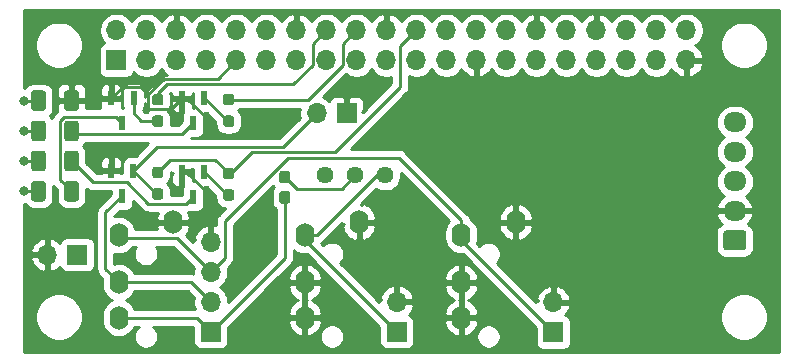
<source format=gbr>
%TF.GenerationSoftware,KiCad,Pcbnew,(5.1.9)-1*%
%TF.CreationDate,2021-06-10T09:26:42-06:00*%
%TF.ProjectId,sl-pi-aprs,736c2d70-692d-4617-9072-732e6b696361,rev?*%
%TF.SameCoordinates,Original*%
%TF.FileFunction,Copper,L1,Top*%
%TF.FilePolarity,Positive*%
%FSLAX46Y46*%
G04 Gerber Fmt 4.6, Leading zero omitted, Abs format (unit mm)*
G04 Created by KiCad (PCBNEW (5.1.9)-1) date 2021-06-10 09:26:42*
%MOMM*%
%LPD*%
G01*
G04 APERTURE LIST*
%TA.AperFunction,ComponentPad*%
%ADD10O,1.950000X1.700000*%
%TD*%
%TA.AperFunction,ComponentPad*%
%ADD11O,1.700000X1.700000*%
%TD*%
%TA.AperFunction,ComponentPad*%
%ADD12R,1.700000X1.700000*%
%TD*%
%TA.AperFunction,ComponentPad*%
%ADD13C,1.440000*%
%TD*%
%TA.AperFunction,SMDPad,CuDef*%
%ADD14R,0.600000X1.300000*%
%TD*%
%TA.AperFunction,ComponentPad*%
%ADD15O,1.600000X2.000000*%
%TD*%
%TA.AperFunction,ViaPad*%
%ADD16C,0.800000*%
%TD*%
%TA.AperFunction,Conductor*%
%ADD17C,0.250000*%
%TD*%
%TA.AperFunction,Conductor*%
%ADD18C,0.254000*%
%TD*%
%TA.AperFunction,Conductor*%
%ADD19C,0.100000*%
%TD*%
G04 APERTURE END LIST*
D10*
%TO.P,J9,5*%
%TO.N,gps_pps*%
X165354000Y-91600000D03*
%TO.P,J9,4*%
%TO.N,pi_rx*%
X165354000Y-94100000D03*
%TO.P,J9,3*%
%TO.N,pi_tx*%
X165354000Y-96600000D03*
%TO.P,J9,2*%
%TO.N,GND*%
X165354000Y-99100000D03*
%TO.P,J9,1*%
%TO.N,+3V3*%
%TA.AperFunction,ComponentPad*%
G36*
G01*
X166079000Y-102450000D02*
X164629000Y-102450000D01*
G75*
G02*
X164379000Y-102200000I0J250000D01*
G01*
X164379000Y-101000000D01*
G75*
G02*
X164629000Y-100750000I250000J0D01*
G01*
X166079000Y-100750000D01*
G75*
G02*
X166329000Y-101000000I0J-250000D01*
G01*
X166329000Y-102200000D01*
G75*
G02*
X166079000Y-102450000I-250000J0D01*
G01*
G37*
%TD.AperFunction*%
%TD*%
D11*
%TO.P,J2,40*%
%TO.N,Net-(J2-Pad40)*%
X161260000Y-83810000D03*
%TO.P,J2,39*%
%TO.N,GND*%
X161260000Y-86350000D03*
%TO.P,J2,26*%
%TO.N,Net-(J2-Pad26)*%
X143480000Y-83810000D03*
%TO.P,J2,25*%
%TO.N,GND*%
X143480000Y-86350000D03*
%TO.P,J2,22*%
%TO.N,ptt_control*%
X138400000Y-83810000D03*
%TO.P,J2,21*%
%TO.N,Net-(J2-Pad21)*%
X138400000Y-86350000D03*
%TO.P,J2,30*%
%TO.N,GND*%
X148560000Y-83810000D03*
%TO.P,J2,29*%
%TO.N,Net-(J2-Pad29)*%
X148560000Y-86350000D03*
%TO.P,J2,8*%
%TO.N,pi_tx*%
X120620000Y-83810000D03*
%TO.P,J2,7*%
%TO.N,Net-(J2-Pad7)*%
X120620000Y-86350000D03*
%TO.P,J2,32*%
%TO.N,Net-(J2-Pad32)*%
X151100000Y-83810000D03*
%TO.P,J2,31*%
%TO.N,Net-(J2-Pad31)*%
X151100000Y-86350000D03*
%TO.P,J2,18*%
%TO.N,rx_feedback*%
X133320000Y-83810000D03*
%TO.P,J2,17*%
%TO.N,Net-(J2-Pad17)*%
X133320000Y-86350000D03*
%TO.P,J2,36*%
%TO.N,Net-(J2-Pad36)*%
X156180000Y-83810000D03*
%TO.P,J2,35*%
%TO.N,Net-(J2-Pad35)*%
X156180000Y-86350000D03*
%TO.P,J2,34*%
%TO.N,GND*%
X153640000Y-83810000D03*
%TO.P,J2,33*%
%TO.N,Net-(J2-Pad33)*%
X153640000Y-86350000D03*
%TO.P,J2,38*%
%TO.N,Net-(J2-Pad38)*%
X158720000Y-83810000D03*
%TO.P,J2,37*%
%TO.N,Net-(J2-Pad37)*%
X158720000Y-86350000D03*
%TO.P,J2,20*%
%TO.N,GND*%
X135860000Y-83810000D03*
%TO.P,J2,19*%
%TO.N,Net-(J2-Pad19)*%
X135860000Y-86350000D03*
%TO.P,J2,10*%
%TO.N,pi_rx*%
X123160000Y-83810000D03*
%TO.P,J2,9*%
%TO.N,GND*%
X123160000Y-86350000D03*
%TO.P,J2,14*%
X128240000Y-83810000D03*
%TO.P,J2,13*%
%TO.N,Net-(J2-Pad13)*%
X128240000Y-86350000D03*
%TO.P,J2,28*%
%TO.N,Net-(J2-Pad28)*%
X146020000Y-83810000D03*
%TO.P,J2,27*%
%TO.N,Net-(J2-Pad27)*%
X146020000Y-86350000D03*
%TO.P,J2,12*%
%TO.N,Net-(J2-Pad12)*%
X125700000Y-83810000D03*
%TO.P,J2,11*%
%TO.N,Net-(J2-Pad11)*%
X125700000Y-86350000D03*
%TO.P,J2,24*%
%TO.N,Net-(J2-Pad24)*%
X140940000Y-83810000D03*
%TO.P,J2,23*%
%TO.N,Net-(J2-Pad23)*%
X140940000Y-86350000D03*
D12*
%TO.P,J2,1*%
%TO.N,Net-(J2-Pad1)*%
X113000000Y-86350000D03*
D11*
%TO.P,J2,2*%
%TO.N,+5V*%
X113000000Y-83810000D03*
%TO.P,J2,5*%
%TO.N,Net-(J2-Pad5)*%
X118080000Y-86350000D03*
%TO.P,J2,4*%
%TO.N,+5V*%
X115540000Y-83810000D03*
%TO.P,J2,16*%
%TO.N,gps_pps*%
X130780000Y-83810000D03*
%TO.P,J2,15*%
%TO.N,Net-(J2-Pad15)*%
X130780000Y-86350000D03*
%TO.P,J2,3*%
%TO.N,Net-(J2-Pad3)*%
X115540000Y-86350000D03*
%TO.P,J2,6*%
%TO.N,GND*%
X118080000Y-83810000D03*
%TD*%
%TO.P,C4,2*%
%TO.N,radio_mic*%
%TA.AperFunction,SMDPad,CuDef*%
G36*
G01*
X127012500Y-97425000D02*
X127487500Y-97425000D01*
G75*
G02*
X127725000Y-97662500I0J-237500D01*
G01*
X127725000Y-98262500D01*
G75*
G02*
X127487500Y-98500000I-237500J0D01*
G01*
X127012500Y-98500000D01*
G75*
G02*
X126775000Y-98262500I0J237500D01*
G01*
X126775000Y-97662500D01*
G75*
G02*
X127012500Y-97425000I237500J0D01*
G01*
G37*
%TD.AperFunction*%
%TO.P,C4,1*%
%TO.N,Net-(C4-Pad1)*%
%TA.AperFunction,SMDPad,CuDef*%
G36*
G01*
X127012500Y-95700000D02*
X127487500Y-95700000D01*
G75*
G02*
X127725000Y-95937500I0J-237500D01*
G01*
X127725000Y-96537500D01*
G75*
G02*
X127487500Y-96775000I-237500J0D01*
G01*
X127012500Y-96775000D01*
G75*
G02*
X126775000Y-96537500I0J237500D01*
G01*
X126775000Y-95937500D01*
G75*
G02*
X127012500Y-95700000I237500J0D01*
G01*
G37*
%TD.AperFunction*%
%TD*%
D13*
%TO.P,RV1,3*%
%TO.N,GND*%
X130670000Y-96100000D03*
%TO.P,RV1,2*%
%TO.N,Net-(C4-Pad1)*%
X133210000Y-96100000D03*
%TO.P,RV1,1*%
%TO.N,audio_in*%
X135750000Y-96100000D03*
%TD*%
%TO.P,R6,2*%
%TO.N,Net-(Q4-Pad1)*%
%TA.AperFunction,SMDPad,CuDef*%
G36*
G01*
X116262500Y-91025000D02*
X116737500Y-91025000D01*
G75*
G02*
X116975000Y-91262500I0J-237500D01*
G01*
X116975000Y-91762500D01*
G75*
G02*
X116737500Y-92000000I-237500J0D01*
G01*
X116262500Y-92000000D01*
G75*
G02*
X116025000Y-91762500I0J237500D01*
G01*
X116025000Y-91262500D01*
G75*
G02*
X116262500Y-91025000I237500J0D01*
G01*
G37*
%TD.AperFunction*%
%TO.P,R6,1*%
%TO.N,gps_pps*%
%TA.AperFunction,SMDPad,CuDef*%
G36*
G01*
X116262500Y-89200000D02*
X116737500Y-89200000D01*
G75*
G02*
X116975000Y-89437500I0J-237500D01*
G01*
X116975000Y-89937500D01*
G75*
G02*
X116737500Y-90175000I-237500J0D01*
G01*
X116262500Y-90175000D01*
G75*
G02*
X116025000Y-89937500I0J237500D01*
G01*
X116025000Y-89437500D01*
G75*
G02*
X116262500Y-89200000I237500J0D01*
G01*
G37*
%TD.AperFunction*%
%TD*%
%TO.P,R4,2*%
%TO.N,Net-(Q3-Pad1)*%
%TA.AperFunction,SMDPad,CuDef*%
G36*
G01*
X122262500Y-91025000D02*
X122737500Y-91025000D01*
G75*
G02*
X122975000Y-91262500I0J-237500D01*
G01*
X122975000Y-91762500D01*
G75*
G02*
X122737500Y-92000000I-237500J0D01*
G01*
X122262500Y-92000000D01*
G75*
G02*
X122025000Y-91762500I0J237500D01*
G01*
X122025000Y-91262500D01*
G75*
G02*
X122262500Y-91025000I237500J0D01*
G01*
G37*
%TD.AperFunction*%
%TO.P,R4,1*%
%TO.N,rx_feedback*%
%TA.AperFunction,SMDPad,CuDef*%
G36*
G01*
X122262500Y-89200000D02*
X122737500Y-89200000D01*
G75*
G02*
X122975000Y-89437500I0J-237500D01*
G01*
X122975000Y-89937500D01*
G75*
G02*
X122737500Y-90175000I-237500J0D01*
G01*
X122262500Y-90175000D01*
G75*
G02*
X122025000Y-89937500I0J237500D01*
G01*
X122025000Y-89437500D01*
G75*
G02*
X122262500Y-89200000I237500J0D01*
G01*
G37*
%TD.AperFunction*%
%TD*%
%TO.P,R2,2*%
%TO.N,Net-(Q2-Pad1)*%
%TA.AperFunction,SMDPad,CuDef*%
G36*
G01*
X122262500Y-97275000D02*
X122737500Y-97275000D01*
G75*
G02*
X122975000Y-97512500I0J-237500D01*
G01*
X122975000Y-98012500D01*
G75*
G02*
X122737500Y-98250000I-237500J0D01*
G01*
X122262500Y-98250000D01*
G75*
G02*
X122025000Y-98012500I0J237500D01*
G01*
X122025000Y-97512500D01*
G75*
G02*
X122262500Y-97275000I237500J0D01*
G01*
G37*
%TD.AperFunction*%
%TO.P,R2,1*%
%TO.N,ptt_control*%
%TA.AperFunction,SMDPad,CuDef*%
G36*
G01*
X122262500Y-95450000D02*
X122737500Y-95450000D01*
G75*
G02*
X122975000Y-95687500I0J-237500D01*
G01*
X122975000Y-96187500D01*
G75*
G02*
X122737500Y-96425000I-237500J0D01*
G01*
X122262500Y-96425000D01*
G75*
G02*
X122025000Y-96187500I0J237500D01*
G01*
X122025000Y-95687500D01*
G75*
G02*
X122262500Y-95450000I237500J0D01*
G01*
G37*
%TD.AperFunction*%
%TD*%
%TO.P,R1,2*%
%TO.N,Net-(J10-Pad2)*%
%TA.AperFunction,SMDPad,CuDef*%
G36*
G01*
X116262500Y-97185000D02*
X116737500Y-97185000D01*
G75*
G02*
X116975000Y-97422500I0J-237500D01*
G01*
X116975000Y-97922500D01*
G75*
G02*
X116737500Y-98160000I-237500J0D01*
G01*
X116262500Y-98160000D01*
G75*
G02*
X116025000Y-97922500I0J237500D01*
G01*
X116025000Y-97422500D01*
G75*
G02*
X116262500Y-97185000I237500J0D01*
G01*
G37*
%TD.AperFunction*%
%TO.P,R1,1*%
%TO.N,ptt_control*%
%TA.AperFunction,SMDPad,CuDef*%
G36*
G01*
X116262500Y-95360000D02*
X116737500Y-95360000D01*
G75*
G02*
X116975000Y-95597500I0J-237500D01*
G01*
X116975000Y-96097500D01*
G75*
G02*
X116737500Y-96335000I-237500J0D01*
G01*
X116262500Y-96335000D01*
G75*
G02*
X116025000Y-96097500I0J237500D01*
G01*
X116025000Y-95597500D01*
G75*
G02*
X116262500Y-95360000I237500J0D01*
G01*
G37*
%TD.AperFunction*%
%TD*%
D14*
%TO.P,Q4,1*%
%TO.N,Net-(Q4-Pad1)*%
X114450000Y-89550000D03*
%TO.P,Q4,2*%
%TO.N,GND*%
X112550000Y-89550000D03*
%TO.P,Q4,3*%
%TO.N,Net-(D4-Pad1)*%
X113500000Y-91650000D03*
%TD*%
%TO.P,Q3,1*%
%TO.N,Net-(Q3-Pad1)*%
X120450000Y-89550000D03*
%TO.P,Q3,2*%
%TO.N,GND*%
X118550000Y-89550000D03*
%TO.P,Q3,3*%
%TO.N,Net-(D3-Pad1)*%
X119500000Y-91650000D03*
%TD*%
%TO.P,Q2,1*%
%TO.N,Net-(Q2-Pad1)*%
X120450000Y-95800000D03*
%TO.P,Q2,2*%
%TO.N,GND*%
X118550000Y-95800000D03*
%TO.P,Q2,3*%
%TO.N,Net-(D2-Pad1)*%
X119500000Y-97900000D03*
%TD*%
%TO.P,Q1,1*%
%TO.N,Net-(J10-Pad2)*%
X114445000Y-95710000D03*
%TO.P,Q1,2*%
%TO.N,GND*%
X112545000Y-95710000D03*
%TO.P,Q1,3*%
%TO.N,ptt*%
X113495000Y-97810000D03*
%TD*%
D11*
%TO.P,J10,2*%
%TO.N,Net-(J10-Pad2)*%
X129960000Y-90850000D03*
D12*
%TO.P,J10,1*%
%TO.N,GND*%
X132500000Y-90850000D03*
%TD*%
D11*
%TO.P,J8,2*%
%TO.N,GND*%
X150000000Y-106850000D03*
D12*
%TO.P,J8,1*%
%TO.N,radio_speaker*%
X150000000Y-109390000D03*
%TD*%
D15*
%TO.P,J7,R1*%
%TO.N,GND*%
X142200000Y-105150000D03*
%TO.P,J7,R2*%
X142200000Y-108150000D03*
%TO.P,J7,T*%
%TO.N,radio_speaker*%
X142200000Y-101150000D03*
%TO.P,J7,S*%
%TO.N,GND*%
X146800000Y-100050000D03*
%TD*%
D11*
%TO.P,J6,2*%
%TO.N,GND*%
X136750000Y-106810000D03*
D12*
%TO.P,J6,1*%
%TO.N,audio_in*%
X136750000Y-109350000D03*
%TD*%
D15*
%TO.P,J5,R1*%
%TO.N,GND*%
X128950000Y-105150000D03*
%TO.P,J5,R2*%
X128950000Y-108150000D03*
%TO.P,J5,T*%
%TO.N,audio_in*%
X128950000Y-101150000D03*
%TO.P,J5,S*%
%TO.N,GND*%
X133550000Y-100050000D03*
%TD*%
D11*
%TO.P,J4,4*%
%TO.N,GND*%
X121000000Y-101730000D03*
%TO.P,J4,3*%
%TO.N,radio_speaker*%
X121000000Y-104270000D03*
%TO.P,J4,2*%
%TO.N,ptt*%
X121000000Y-106810000D03*
D12*
%TO.P,J4,1*%
%TO.N,radio_mic*%
X121000000Y-109350000D03*
%TD*%
D15*
%TO.P,J3,R1*%
%TO.N,ptt*%
X113200000Y-105150000D03*
%TO.P,J3,R2*%
%TO.N,radio_mic*%
X113200000Y-108150000D03*
%TO.P,J3,T*%
%TO.N,radio_speaker*%
X113200000Y-101150000D03*
%TO.P,J3,S*%
%TO.N,GND*%
X117800000Y-100050000D03*
%TD*%
D11*
%TO.P,J1,2*%
%TO.N,GND*%
X107160000Y-102800000D03*
D12*
%TO.P,J1,1*%
%TO.N,+BATT*%
X109700000Y-102800000D03*
%TD*%
%TO.P,D1,2*%
%TO.N,Net-(D1-Pad2)*%
%TA.AperFunction,SMDPad,CuDef*%
G36*
G01*
X107025000Y-89140000D02*
X107025000Y-90390000D01*
G75*
G02*
X106775000Y-90640000I-250000J0D01*
G01*
X106025000Y-90640000D01*
G75*
G02*
X105775000Y-90390000I0J250000D01*
G01*
X105775000Y-89140000D01*
G75*
G02*
X106025000Y-88890000I250000J0D01*
G01*
X106775000Y-88890000D01*
G75*
G02*
X107025000Y-89140000I0J-250000D01*
G01*
G37*
%TD.AperFunction*%
%TO.P,D1,1*%
%TO.N,GND*%
%TA.AperFunction,SMDPad,CuDef*%
G36*
G01*
X109825000Y-89140000D02*
X109825000Y-90390000D01*
G75*
G02*
X109575000Y-90640000I-250000J0D01*
G01*
X108825000Y-90640000D01*
G75*
G02*
X108575000Y-90390000I0J250000D01*
G01*
X108575000Y-89140000D01*
G75*
G02*
X108825000Y-88890000I250000J0D01*
G01*
X109575000Y-88890000D01*
G75*
G02*
X109825000Y-89140000I0J-250000D01*
G01*
G37*
%TD.AperFunction*%
%TD*%
%TO.P,D4,2*%
%TO.N,Net-(D4-Pad2)*%
%TA.AperFunction,SMDPad,CuDef*%
G36*
G01*
X107024800Y-96818000D02*
X107024800Y-98068000D01*
G75*
G02*
X106774800Y-98318000I-250000J0D01*
G01*
X106024800Y-98318000D01*
G75*
G02*
X105774800Y-98068000I0J250000D01*
G01*
X105774800Y-96818000D01*
G75*
G02*
X106024800Y-96568000I250000J0D01*
G01*
X106774800Y-96568000D01*
G75*
G02*
X107024800Y-96818000I0J-250000D01*
G01*
G37*
%TD.AperFunction*%
%TO.P,D4,1*%
%TO.N,Net-(D4-Pad1)*%
%TA.AperFunction,SMDPad,CuDef*%
G36*
G01*
X109824800Y-96818000D02*
X109824800Y-98068000D01*
G75*
G02*
X109574800Y-98318000I-250000J0D01*
G01*
X108824800Y-98318000D01*
G75*
G02*
X108574800Y-98068000I0J250000D01*
G01*
X108574800Y-96818000D01*
G75*
G02*
X108824800Y-96568000I250000J0D01*
G01*
X109574800Y-96568000D01*
G75*
G02*
X109824800Y-96818000I0J-250000D01*
G01*
G37*
%TD.AperFunction*%
%TD*%
%TO.P,D3,2*%
%TO.N,Net-(D3-Pad2)*%
%TA.AperFunction,SMDPad,CuDef*%
G36*
G01*
X107025000Y-91710000D02*
X107025000Y-92960000D01*
G75*
G02*
X106775000Y-93210000I-250000J0D01*
G01*
X106025000Y-93210000D01*
G75*
G02*
X105775000Y-92960000I0J250000D01*
G01*
X105775000Y-91710000D01*
G75*
G02*
X106025000Y-91460000I250000J0D01*
G01*
X106775000Y-91460000D01*
G75*
G02*
X107025000Y-91710000I0J-250000D01*
G01*
G37*
%TD.AperFunction*%
%TO.P,D3,1*%
%TO.N,Net-(D3-Pad1)*%
%TA.AperFunction,SMDPad,CuDef*%
G36*
G01*
X109825000Y-91710000D02*
X109825000Y-92960000D01*
G75*
G02*
X109575000Y-93210000I-250000J0D01*
G01*
X108825000Y-93210000D01*
G75*
G02*
X108575000Y-92960000I0J250000D01*
G01*
X108575000Y-91710000D01*
G75*
G02*
X108825000Y-91460000I250000J0D01*
G01*
X109575000Y-91460000D01*
G75*
G02*
X109825000Y-91710000I0J-250000D01*
G01*
G37*
%TD.AperFunction*%
%TD*%
%TO.P,D2,1*%
%TO.N,Net-(D2-Pad1)*%
%TA.AperFunction,SMDPad,CuDef*%
G36*
G01*
X109825000Y-94250000D02*
X109825000Y-95500000D01*
G75*
G02*
X109575000Y-95750000I-250000J0D01*
G01*
X108825000Y-95750000D01*
G75*
G02*
X108575000Y-95500000I0J250000D01*
G01*
X108575000Y-94250000D01*
G75*
G02*
X108825000Y-94000000I250000J0D01*
G01*
X109575000Y-94000000D01*
G75*
G02*
X109825000Y-94250000I0J-250000D01*
G01*
G37*
%TD.AperFunction*%
%TO.P,D2,2*%
%TO.N,Net-(D2-Pad2)*%
%TA.AperFunction,SMDPad,CuDef*%
G36*
G01*
X107025000Y-94250000D02*
X107025000Y-95500000D01*
G75*
G02*
X106775000Y-95750000I-250000J0D01*
G01*
X106025000Y-95750000D01*
G75*
G02*
X105775000Y-95500000I0J250000D01*
G01*
X105775000Y-94250000D01*
G75*
G02*
X106025000Y-94000000I250000J0D01*
G01*
X106775000Y-94000000D01*
G75*
G02*
X107025000Y-94250000I0J-250000D01*
G01*
G37*
%TD.AperFunction*%
%TD*%
D16*
%TO.N,GND*%
X111700000Y-93700000D03*
X117400000Y-103900000D03*
X117400000Y-106600000D03*
X125900000Y-102300000D03*
X127400000Y-91000000D03*
%TO.N,Net-(D1-Pad2)*%
X105157400Y-89765000D03*
%TO.N,Net-(D2-Pad2)*%
X105162000Y-94875000D03*
%TO.N,Net-(D3-Pad2)*%
X105162000Y-92335000D03*
%TO.N,Net-(D4-Pad2)*%
X105164600Y-97443000D03*
%TD*%
D17*
%TO.N,GND*%
X115699990Y-89204500D02*
X117004500Y-87899990D01*
X121610010Y-87899990D02*
X123160000Y-86350000D01*
X117004500Y-87899990D02*
X121610010Y-87899990D01*
X115700010Y-90500010D02*
X117599990Y-90500010D01*
X115699990Y-90499990D02*
X115700010Y-90500010D01*
X115699990Y-89204500D02*
X115699990Y-90499990D01*
X117599990Y-90500010D02*
X118550000Y-89550000D01*
X115070489Y-88574999D02*
X115699990Y-89204500D01*
X113525001Y-88574999D02*
X115070489Y-88574999D01*
X112550000Y-89550000D02*
X113525001Y-88574999D01*
X121000000Y-97864998D02*
X121000000Y-101730000D01*
X118935002Y-95800000D02*
X121000000Y-97864998D01*
X118550000Y-95800000D02*
X118935002Y-95800000D01*
X118935002Y-89550000D02*
X120900000Y-91514998D01*
X118550000Y-89550000D02*
X118935002Y-89550000D01*
X120900000Y-91514998D02*
X120900000Y-92200000D01*
X120900000Y-92200000D02*
X121500000Y-92800000D01*
X125600000Y-92800000D02*
X127400000Y-91000000D01*
X121500000Y-92800000D02*
X125600000Y-92800000D01*
%TO.N,Net-(D1-Pad2)*%
X106400000Y-89765000D02*
X105157400Y-89765000D01*
X105157400Y-89765000D02*
X105157400Y-89765000D01*
%TO.N,Net-(D2-Pad2)*%
X106400000Y-94875000D02*
X105162000Y-94875000D01*
X105162000Y-94875000D02*
X105162000Y-94875000D01*
%TO.N,Net-(D2-Pad1)*%
X111010001Y-96685001D02*
X109200000Y-94875000D01*
X115705012Y-98485010D02*
X113905003Y-96685001D01*
X118914990Y-98485010D02*
X115705012Y-98485010D01*
X113905003Y-96685001D02*
X111010001Y-96685001D01*
X119500000Y-97900000D02*
X118914990Y-98485010D01*
%TO.N,Net-(D3-Pad2)*%
X106400000Y-92335000D02*
X105162000Y-92335000D01*
X105162000Y-92335000D02*
X105162000Y-92335000D01*
%TO.N,Net-(D3-Pad1)*%
X109490001Y-92625001D02*
X109200000Y-92335000D01*
X118524999Y-92625001D02*
X109490001Y-92625001D01*
X119500000Y-91650000D02*
X118524999Y-92625001D01*
%TO.N,rx_feedback*%
X132144999Y-84985001D02*
X133320000Y-83810000D01*
X132144999Y-86724003D02*
X132144999Y-84985001D01*
X129181502Y-89687500D02*
X132144999Y-86724003D01*
X122500000Y-89687500D02*
X129181502Y-89687500D01*
%TO.N,ptt_control*%
X131485012Y-94149990D02*
X124450010Y-94149990D01*
X137035001Y-88600001D02*
X131485012Y-94149990D01*
X137035001Y-85174999D02*
X137035001Y-88600001D01*
X138400000Y-83810000D02*
X137035001Y-85174999D01*
X122662500Y-95937500D02*
X122500000Y-95937500D01*
X124450010Y-94149990D02*
X122662500Y-95937500D01*
X117522501Y-94824999D02*
X116500000Y-95847500D01*
X122500000Y-95937500D02*
X121387499Y-94824999D01*
X121387499Y-94824999D02*
X117522501Y-94824999D01*
%TO.N,gps_pps*%
X129604999Y-86724003D02*
X127979002Y-88350000D01*
X129604999Y-84985001D02*
X129604999Y-86724003D01*
X130780000Y-83810000D02*
X129604999Y-84985001D01*
X127979002Y-88350000D02*
X117250000Y-88350000D01*
X116500000Y-89100000D02*
X117250000Y-88350000D01*
X116500000Y-89687500D02*
X116500000Y-89100000D01*
%TO.N,ptt*%
X119340000Y-105150000D02*
X121000000Y-106810000D01*
X113200000Y-105150000D02*
X119340000Y-105150000D01*
X112074990Y-99230010D02*
X113495000Y-97810000D01*
X112074990Y-104024990D02*
X112074990Y-99230010D01*
X113200000Y-105150000D02*
X112074990Y-104024990D01*
%TO.N,radio_mic*%
X119800000Y-108150000D02*
X113200000Y-108150000D01*
X121000000Y-109350000D02*
X119800000Y-108150000D01*
X127250000Y-103100000D02*
X121000000Y-109350000D01*
X127250000Y-97962500D02*
X127250000Y-103100000D01*
%TO.N,radio_speaker*%
X118105010Y-101375010D02*
X121000000Y-104270000D01*
X113425010Y-101375010D02*
X118105010Y-101375010D01*
X113200000Y-101150000D02*
X113425010Y-101375010D01*
X142200000Y-101590000D02*
X142200000Y-101150000D01*
X150000000Y-109390000D02*
X142200000Y-101590000D01*
X142200000Y-99900000D02*
X136900000Y-94600000D01*
X142200000Y-101150000D02*
X142200000Y-99900000D01*
X127554490Y-94600000D02*
X136900000Y-94600000D01*
X122175001Y-99979489D02*
X127554490Y-94600000D01*
X122175001Y-103094999D02*
X122175001Y-99979489D01*
X121000000Y-104270000D02*
X122175001Y-103094999D01*
%TO.N,Net-(J10-Pad2)*%
X116407500Y-97672500D02*
X114445000Y-95710000D01*
X116500000Y-97672500D02*
X116407500Y-97672500D01*
X127110020Y-93699980D02*
X129960000Y-90850000D01*
X116455020Y-93699980D02*
X127110020Y-93699980D01*
X114445000Y-95710000D02*
X116455020Y-93699980D01*
%TO.N,Net-(Q2-Pad1)*%
X122412500Y-97762500D02*
X120450000Y-95800000D01*
X122500000Y-97762500D02*
X122412500Y-97762500D01*
%TO.N,Net-(Q3-Pad1)*%
X122412500Y-91512500D02*
X120450000Y-89550000D01*
X122500000Y-91512500D02*
X122412500Y-91512500D01*
%TO.N,Net-(Q4-Pad1)*%
X116500000Y-91512500D02*
X116412500Y-91512500D01*
X114450000Y-89550000D02*
X114450000Y-90850000D01*
X115112500Y-91512500D02*
X116500000Y-91512500D01*
X114450000Y-90850000D02*
X115112500Y-91512500D01*
%TO.N,audio_in*%
X128950000Y-101550000D02*
X128950000Y-101150000D01*
X136750000Y-109350000D02*
X128950000Y-101550000D01*
X130000000Y-101150000D02*
X135050000Y-96100000D01*
X135050000Y-96100000D02*
X135750000Y-96100000D01*
X128950000Y-101150000D02*
X130000000Y-101150000D01*
%TO.N,Net-(C4-Pad1)*%
X128252245Y-97239745D02*
X127250000Y-96237500D01*
X132070255Y-97239745D02*
X128252245Y-97239745D01*
X133210000Y-96100000D02*
X132070255Y-97239745D01*
%TO.N,Net-(D4-Pad2)*%
X106399800Y-97443000D02*
X105164600Y-97443000D01*
X105164600Y-97443000D02*
X105164600Y-97443000D01*
%TO.N,Net-(D4-Pad1)*%
X112984990Y-91134990D02*
X113500000Y-91650000D01*
X108586820Y-91134990D02*
X112984990Y-91134990D01*
X108249990Y-91471820D02*
X108586820Y-91134990D01*
X108249990Y-96493190D02*
X108249990Y-91471820D01*
X109199800Y-97443000D02*
X108249990Y-96493190D01*
%TD*%
D18*
%TO.N,GND*%
X169090000Y-84632418D02*
X169090001Y-84632428D01*
X169090000Y-108067581D01*
X169090000Y-108067582D01*
X169090001Y-111040000D01*
X105160000Y-111040000D01*
X105160000Y-107882032D01*
X106120000Y-107882032D01*
X106120000Y-108277968D01*
X106197243Y-108666296D01*
X106348761Y-109032092D01*
X106568731Y-109361301D01*
X106848699Y-109641269D01*
X107177908Y-109861239D01*
X107543704Y-110012757D01*
X107932032Y-110090000D01*
X108327968Y-110090000D01*
X108716296Y-110012757D01*
X109082092Y-109861239D01*
X109411301Y-109641269D01*
X109691269Y-109361301D01*
X109911239Y-109032092D01*
X110062757Y-108666296D01*
X110140000Y-108277968D01*
X110140000Y-107882032D01*
X110062757Y-107493704D01*
X109911239Y-107127908D01*
X109691269Y-106798699D01*
X109411301Y-106518731D01*
X109082092Y-106298761D01*
X108716296Y-106147243D01*
X108327968Y-106070000D01*
X107932032Y-106070000D01*
X107543704Y-106147243D01*
X107177908Y-106298761D01*
X106848699Y-106518731D01*
X106568731Y-106798699D01*
X106348761Y-107127908D01*
X106197243Y-107493704D01*
X106120000Y-107882032D01*
X105160000Y-107882032D01*
X105160000Y-103156891D01*
X105718519Y-103156891D01*
X105815843Y-103431252D01*
X105964822Y-103681355D01*
X106159731Y-103897588D01*
X106393080Y-104071641D01*
X106655901Y-104196825D01*
X106803110Y-104241476D01*
X107033000Y-104120155D01*
X107033000Y-102927000D01*
X105839186Y-102927000D01*
X105718519Y-103156891D01*
X105160000Y-103156891D01*
X105160000Y-102443109D01*
X105718519Y-102443109D01*
X105839186Y-102673000D01*
X107033000Y-102673000D01*
X107033000Y-101479845D01*
X107287000Y-101479845D01*
X107287000Y-102673000D01*
X107307000Y-102673000D01*
X107307000Y-102927000D01*
X107287000Y-102927000D01*
X107287000Y-104120155D01*
X107516890Y-104241476D01*
X107664099Y-104196825D01*
X107926920Y-104071641D01*
X108160269Y-103897588D01*
X108236034Y-103813534D01*
X108260498Y-103894180D01*
X108319463Y-104004494D01*
X108398815Y-104101185D01*
X108495506Y-104180537D01*
X108605820Y-104239502D01*
X108725518Y-104275812D01*
X108850000Y-104288072D01*
X110550000Y-104288072D01*
X110674482Y-104275812D01*
X110794180Y-104239502D01*
X110904494Y-104180537D01*
X111001185Y-104101185D01*
X111080537Y-104004494D01*
X111139502Y-103894180D01*
X111175812Y-103774482D01*
X111188072Y-103650000D01*
X111188072Y-101950000D01*
X111175812Y-101825518D01*
X111139502Y-101705820D01*
X111080537Y-101595506D01*
X111001185Y-101498815D01*
X110904494Y-101419463D01*
X110794180Y-101360498D01*
X110674482Y-101324188D01*
X110550000Y-101311928D01*
X108850000Y-101311928D01*
X108725518Y-101324188D01*
X108605820Y-101360498D01*
X108495506Y-101419463D01*
X108398815Y-101498815D01*
X108319463Y-101595506D01*
X108260498Y-101705820D01*
X108236034Y-101786466D01*
X108160269Y-101702412D01*
X107926920Y-101528359D01*
X107664099Y-101403175D01*
X107516890Y-101358524D01*
X107287000Y-101479845D01*
X107033000Y-101479845D01*
X106803110Y-101358524D01*
X106655901Y-101403175D01*
X106393080Y-101528359D01*
X106159731Y-101702412D01*
X105964822Y-101918645D01*
X105815843Y-102168748D01*
X105718519Y-102443109D01*
X105160000Y-102443109D01*
X105160000Y-98478000D01*
X105241824Y-98478000D01*
X105286395Y-98561386D01*
X105396838Y-98695962D01*
X105531414Y-98806405D01*
X105684950Y-98888472D01*
X105851546Y-98939008D01*
X106024800Y-98956072D01*
X106774800Y-98956072D01*
X106948054Y-98939008D01*
X107114650Y-98888472D01*
X107268186Y-98806405D01*
X107402762Y-98695962D01*
X107513205Y-98561386D01*
X107595272Y-98407850D01*
X107645808Y-98241254D01*
X107662872Y-98068000D01*
X107662872Y-96975778D01*
X107709989Y-97033191D01*
X107738992Y-97056994D01*
X107936728Y-97254729D01*
X107936728Y-98068000D01*
X107953792Y-98241254D01*
X108004328Y-98407850D01*
X108086395Y-98561386D01*
X108196838Y-98695962D01*
X108331414Y-98806405D01*
X108484950Y-98888472D01*
X108651546Y-98939008D01*
X108824800Y-98956072D01*
X109574800Y-98956072D01*
X109748054Y-98939008D01*
X109914650Y-98888472D01*
X110068186Y-98806405D01*
X110202762Y-98695962D01*
X110313205Y-98561386D01*
X110395272Y-98407850D01*
X110445808Y-98241254D01*
X110462872Y-98068000D01*
X110462872Y-97216317D01*
X110470000Y-97225002D01*
X110498998Y-97248800D01*
X110585724Y-97319975D01*
X110706003Y-97384266D01*
X110717754Y-97390547D01*
X110861015Y-97434004D01*
X110972668Y-97445001D01*
X110972678Y-97445001D01*
X111010001Y-97448677D01*
X111047324Y-97445001D01*
X112556928Y-97445001D01*
X112556928Y-97673270D01*
X111563988Y-98666211D01*
X111534990Y-98690009D01*
X111511192Y-98719007D01*
X111511191Y-98719008D01*
X111440016Y-98805734D01*
X111369444Y-98937764D01*
X111369067Y-98939008D01*
X111325988Y-99081024D01*
X111320369Y-99138072D01*
X111311314Y-99230010D01*
X111314991Y-99267342D01*
X111314990Y-103987667D01*
X111311314Y-104024990D01*
X111314990Y-104062312D01*
X111314990Y-104062322D01*
X111325987Y-104173975D01*
X111369444Y-104317236D01*
X111440016Y-104449266D01*
X111479861Y-104497816D01*
X111534989Y-104564991D01*
X111563992Y-104588793D01*
X111773043Y-104797845D01*
X111765000Y-104879508D01*
X111765000Y-105420491D01*
X111785764Y-105631308D01*
X111867818Y-105901807D01*
X112001068Y-106151100D01*
X112180392Y-106369607D01*
X112398899Y-106548932D01*
X112587984Y-106650000D01*
X112398900Y-106751068D01*
X112180393Y-106930392D01*
X112001068Y-107148899D01*
X111867818Y-107398192D01*
X111785764Y-107668691D01*
X111765000Y-107879508D01*
X111765000Y-108420491D01*
X111785764Y-108631308D01*
X111867818Y-108901807D01*
X112001068Y-109151100D01*
X112180392Y-109369607D01*
X112398899Y-109548932D01*
X112648192Y-109682182D01*
X112918691Y-109764236D01*
X113200000Y-109791943D01*
X113481308Y-109764236D01*
X113751807Y-109682182D01*
X114001100Y-109548932D01*
X114219607Y-109369608D01*
X114398932Y-109151101D01*
X114527803Y-108910000D01*
X114894198Y-108910000D01*
X114840226Y-108946063D01*
X114696063Y-109090226D01*
X114582795Y-109259744D01*
X114504774Y-109448102D01*
X114465000Y-109648061D01*
X114465000Y-109851939D01*
X114504774Y-110051898D01*
X114582795Y-110240256D01*
X114696063Y-110409774D01*
X114840226Y-110553937D01*
X115009744Y-110667205D01*
X115198102Y-110745226D01*
X115398061Y-110785000D01*
X115601939Y-110785000D01*
X115801898Y-110745226D01*
X115990256Y-110667205D01*
X116159774Y-110553937D01*
X116303937Y-110409774D01*
X116417205Y-110240256D01*
X116495226Y-110051898D01*
X116535000Y-109851939D01*
X116535000Y-109648061D01*
X116495226Y-109448102D01*
X116417205Y-109259744D01*
X116303937Y-109090226D01*
X116159774Y-108946063D01*
X116105802Y-108910000D01*
X119485199Y-108910000D01*
X119511928Y-108936729D01*
X119511928Y-110200000D01*
X119524188Y-110324482D01*
X119560498Y-110444180D01*
X119619463Y-110554494D01*
X119698815Y-110651185D01*
X119795506Y-110730537D01*
X119905820Y-110789502D01*
X120025518Y-110825812D01*
X120150000Y-110838072D01*
X121850000Y-110838072D01*
X121974482Y-110825812D01*
X122094180Y-110789502D01*
X122204494Y-110730537D01*
X122301185Y-110651185D01*
X122380537Y-110554494D01*
X122439502Y-110444180D01*
X122475812Y-110324482D01*
X122488072Y-110200000D01*
X122488072Y-108936729D01*
X122921914Y-108502887D01*
X127518063Y-108502887D01*
X127575404Y-108779306D01*
X127685570Y-109039227D01*
X127844327Y-109272662D01*
X128045575Y-109470639D01*
X128281579Y-109625551D01*
X128543270Y-109731444D01*
X128600961Y-109741904D01*
X128823000Y-109619915D01*
X128823000Y-108277000D01*
X129077000Y-108277000D01*
X129077000Y-109619915D01*
X129299039Y-109741904D01*
X129356730Y-109731444D01*
X129562792Y-109648061D01*
X130215000Y-109648061D01*
X130215000Y-109851939D01*
X130254774Y-110051898D01*
X130332795Y-110240256D01*
X130446063Y-110409774D01*
X130590226Y-110553937D01*
X130759744Y-110667205D01*
X130948102Y-110745226D01*
X131148061Y-110785000D01*
X131351939Y-110785000D01*
X131551898Y-110745226D01*
X131740256Y-110667205D01*
X131909774Y-110553937D01*
X132053937Y-110409774D01*
X132167205Y-110240256D01*
X132245226Y-110051898D01*
X132285000Y-109851939D01*
X132285000Y-109648061D01*
X132245226Y-109448102D01*
X132167205Y-109259744D01*
X132053937Y-109090226D01*
X131909774Y-108946063D01*
X131740256Y-108832795D01*
X131551898Y-108754774D01*
X131351939Y-108715000D01*
X131148061Y-108715000D01*
X130948102Y-108754774D01*
X130759744Y-108832795D01*
X130590226Y-108946063D01*
X130446063Y-109090226D01*
X130332795Y-109259744D01*
X130254774Y-109448102D01*
X130215000Y-109648061D01*
X129562792Y-109648061D01*
X129618421Y-109625551D01*
X129854425Y-109470639D01*
X130055673Y-109272662D01*
X130214430Y-109039227D01*
X130324596Y-108779306D01*
X130381937Y-108502887D01*
X130229474Y-108277000D01*
X129077000Y-108277000D01*
X128823000Y-108277000D01*
X127670526Y-108277000D01*
X127518063Y-108502887D01*
X122921914Y-108502887D01*
X125921914Y-105502887D01*
X127518063Y-105502887D01*
X127575404Y-105779306D01*
X127685570Y-106039227D01*
X127844327Y-106272662D01*
X128045575Y-106470639D01*
X128281579Y-106625551D01*
X128341999Y-106650000D01*
X128281579Y-106674449D01*
X128045575Y-106829361D01*
X127844327Y-107027338D01*
X127685570Y-107260773D01*
X127575404Y-107520694D01*
X127518063Y-107797113D01*
X127670526Y-108023000D01*
X128823000Y-108023000D01*
X128823000Y-106680085D01*
X128768241Y-106650000D01*
X128823000Y-106619915D01*
X128823000Y-105277000D01*
X129077000Y-105277000D01*
X129077000Y-106619915D01*
X129131759Y-106650000D01*
X129077000Y-106680085D01*
X129077000Y-108023000D01*
X130229474Y-108023000D01*
X130381937Y-107797113D01*
X130324596Y-107520694D01*
X130214430Y-107260773D01*
X130055673Y-107027338D01*
X129854425Y-106829361D01*
X129618421Y-106674449D01*
X129558001Y-106650000D01*
X129618421Y-106625551D01*
X129854425Y-106470639D01*
X130055673Y-106272662D01*
X130214430Y-106039227D01*
X130324596Y-105779306D01*
X130381937Y-105502887D01*
X130229474Y-105277000D01*
X129077000Y-105277000D01*
X128823000Y-105277000D01*
X127670526Y-105277000D01*
X127518063Y-105502887D01*
X125921914Y-105502887D01*
X126627688Y-104797113D01*
X127518063Y-104797113D01*
X127670526Y-105023000D01*
X128823000Y-105023000D01*
X128823000Y-103680085D01*
X129077000Y-103680085D01*
X129077000Y-105023000D01*
X130229474Y-105023000D01*
X130381937Y-104797113D01*
X130324596Y-104520694D01*
X130214430Y-104260773D01*
X130055673Y-104027338D01*
X129854425Y-103829361D01*
X129618421Y-103674449D01*
X129356730Y-103568556D01*
X129299039Y-103558096D01*
X129077000Y-103680085D01*
X128823000Y-103680085D01*
X128600961Y-103558096D01*
X128543270Y-103568556D01*
X128281579Y-103674449D01*
X128045575Y-103829361D01*
X127844327Y-104027338D01*
X127685570Y-104260773D01*
X127575404Y-104520694D01*
X127518063Y-104797113D01*
X126627688Y-104797113D01*
X127761003Y-103663799D01*
X127790001Y-103640001D01*
X127884974Y-103524276D01*
X127955546Y-103392247D01*
X127999003Y-103248986D01*
X128010000Y-103137333D01*
X128010000Y-103137325D01*
X128013676Y-103100000D01*
X128010000Y-103062675D01*
X128010000Y-102434940D01*
X128148899Y-102548932D01*
X128398192Y-102682182D01*
X128668691Y-102764236D01*
X128950000Y-102791943D01*
X129102156Y-102776957D01*
X135261928Y-108936730D01*
X135261928Y-110200000D01*
X135274188Y-110324482D01*
X135310498Y-110444180D01*
X135369463Y-110554494D01*
X135448815Y-110651185D01*
X135545506Y-110730537D01*
X135655820Y-110789502D01*
X135775518Y-110825812D01*
X135900000Y-110838072D01*
X137600000Y-110838072D01*
X137724482Y-110825812D01*
X137844180Y-110789502D01*
X137954494Y-110730537D01*
X138051185Y-110651185D01*
X138130537Y-110554494D01*
X138189502Y-110444180D01*
X138225812Y-110324482D01*
X138238072Y-110200000D01*
X138238072Y-108502887D01*
X140768063Y-108502887D01*
X140825404Y-108779306D01*
X140935570Y-109039227D01*
X141094327Y-109272662D01*
X141295575Y-109470639D01*
X141531579Y-109625551D01*
X141793270Y-109731444D01*
X141850961Y-109741904D01*
X142073000Y-109619915D01*
X142073000Y-108277000D01*
X142327000Y-108277000D01*
X142327000Y-109619915D01*
X142549039Y-109741904D01*
X142606730Y-109731444D01*
X142812792Y-109648061D01*
X143465000Y-109648061D01*
X143465000Y-109851939D01*
X143504774Y-110051898D01*
X143582795Y-110240256D01*
X143696063Y-110409774D01*
X143840226Y-110553937D01*
X144009744Y-110667205D01*
X144198102Y-110745226D01*
X144398061Y-110785000D01*
X144601939Y-110785000D01*
X144801898Y-110745226D01*
X144990256Y-110667205D01*
X145159774Y-110553937D01*
X145303937Y-110409774D01*
X145417205Y-110240256D01*
X145495226Y-110051898D01*
X145535000Y-109851939D01*
X145535000Y-109648061D01*
X145495226Y-109448102D01*
X145417205Y-109259744D01*
X145303937Y-109090226D01*
X145159774Y-108946063D01*
X144990256Y-108832795D01*
X144801898Y-108754774D01*
X144601939Y-108715000D01*
X144398061Y-108715000D01*
X144198102Y-108754774D01*
X144009744Y-108832795D01*
X143840226Y-108946063D01*
X143696063Y-109090226D01*
X143582795Y-109259744D01*
X143504774Y-109448102D01*
X143465000Y-109648061D01*
X142812792Y-109648061D01*
X142868421Y-109625551D01*
X143104425Y-109470639D01*
X143305673Y-109272662D01*
X143464430Y-109039227D01*
X143574596Y-108779306D01*
X143631937Y-108502887D01*
X143479474Y-108277000D01*
X142327000Y-108277000D01*
X142073000Y-108277000D01*
X140920526Y-108277000D01*
X140768063Y-108502887D01*
X138238072Y-108502887D01*
X138238072Y-108500000D01*
X138225812Y-108375518D01*
X138189502Y-108255820D01*
X138130537Y-108145506D01*
X138051185Y-108048815D01*
X137954494Y-107969463D01*
X137844180Y-107910498D01*
X137763534Y-107886034D01*
X137847588Y-107810269D01*
X138021641Y-107576920D01*
X138146825Y-107314099D01*
X138191476Y-107166890D01*
X138070155Y-106937000D01*
X136877000Y-106937000D01*
X136877000Y-106957000D01*
X136623000Y-106957000D01*
X136623000Y-106937000D01*
X136603000Y-106937000D01*
X136603000Y-106683000D01*
X136623000Y-106683000D01*
X136623000Y-105489186D01*
X136877000Y-105489186D01*
X136877000Y-106683000D01*
X138070155Y-106683000D01*
X138191476Y-106453110D01*
X138146825Y-106305901D01*
X138021641Y-106043080D01*
X137847588Y-105809731D01*
X137631355Y-105614822D01*
X137443441Y-105502887D01*
X140768063Y-105502887D01*
X140825404Y-105779306D01*
X140935570Y-106039227D01*
X141094327Y-106272662D01*
X141295575Y-106470639D01*
X141531579Y-106625551D01*
X141591999Y-106650000D01*
X141531579Y-106674449D01*
X141295575Y-106829361D01*
X141094327Y-107027338D01*
X140935570Y-107260773D01*
X140825404Y-107520694D01*
X140768063Y-107797113D01*
X140920526Y-108023000D01*
X142073000Y-108023000D01*
X142073000Y-106680085D01*
X142018241Y-106650000D01*
X142073000Y-106619915D01*
X142073000Y-105277000D01*
X142327000Y-105277000D01*
X142327000Y-106619915D01*
X142381759Y-106650000D01*
X142327000Y-106680085D01*
X142327000Y-108023000D01*
X143479474Y-108023000D01*
X143631937Y-107797113D01*
X143574596Y-107520694D01*
X143464430Y-107260773D01*
X143305673Y-107027338D01*
X143104425Y-106829361D01*
X142868421Y-106674449D01*
X142808001Y-106650000D01*
X142868421Y-106625551D01*
X143104425Y-106470639D01*
X143305673Y-106272662D01*
X143464430Y-106039227D01*
X143574596Y-105779306D01*
X143631937Y-105502887D01*
X143479474Y-105277000D01*
X142327000Y-105277000D01*
X142073000Y-105277000D01*
X140920526Y-105277000D01*
X140768063Y-105502887D01*
X137443441Y-105502887D01*
X137381252Y-105465843D01*
X137106891Y-105368519D01*
X136877000Y-105489186D01*
X136623000Y-105489186D01*
X136393109Y-105368519D01*
X136118748Y-105465843D01*
X135868645Y-105614822D01*
X135652412Y-105809731D01*
X135478359Y-106043080D01*
X135353175Y-106305901D01*
X135308524Y-106453110D01*
X135429844Y-106682998D01*
X135265000Y-106682998D01*
X135265000Y-106790198D01*
X133271915Y-104797113D01*
X140768063Y-104797113D01*
X140920526Y-105023000D01*
X142073000Y-105023000D01*
X142073000Y-103680085D01*
X142327000Y-103680085D01*
X142327000Y-105023000D01*
X143479474Y-105023000D01*
X143631937Y-104797113D01*
X143574596Y-104520694D01*
X143464430Y-104260773D01*
X143305673Y-104027338D01*
X143104425Y-103829361D01*
X142868421Y-103674449D01*
X142606730Y-103568556D01*
X142549039Y-103558096D01*
X142327000Y-103680085D01*
X142073000Y-103680085D01*
X141850961Y-103558096D01*
X141793270Y-103568556D01*
X141531579Y-103674449D01*
X141295575Y-103829361D01*
X141094327Y-104027338D01*
X140935570Y-104260773D01*
X140825404Y-104520694D01*
X140768063Y-104797113D01*
X133271915Y-104797113D01*
X131969256Y-103494455D01*
X132053937Y-103409774D01*
X132167205Y-103240256D01*
X132245226Y-103051898D01*
X132285000Y-102851939D01*
X132285000Y-102648061D01*
X132245226Y-102448102D01*
X132167205Y-102259744D01*
X132053937Y-102090226D01*
X131909774Y-101946063D01*
X131740256Y-101832795D01*
X131551898Y-101754774D01*
X131351939Y-101715000D01*
X131148061Y-101715000D01*
X130948102Y-101754774D01*
X130759744Y-101832795D01*
X130590226Y-101946063D01*
X130505545Y-102030744D01*
X130317076Y-101842275D01*
X130424276Y-101784974D01*
X130540001Y-101690001D01*
X130563804Y-101660997D01*
X132115000Y-100109802D01*
X132115000Y-100177002D01*
X132270525Y-100177002D01*
X132118063Y-100402887D01*
X132175404Y-100679306D01*
X132285570Y-100939227D01*
X132444327Y-101172662D01*
X132645575Y-101370639D01*
X132881579Y-101525551D01*
X133143270Y-101631444D01*
X133200961Y-101641904D01*
X133423000Y-101519915D01*
X133423000Y-100177000D01*
X133677000Y-100177000D01*
X133677000Y-101519915D01*
X133899039Y-101641904D01*
X133956730Y-101631444D01*
X134218421Y-101525551D01*
X134454425Y-101370639D01*
X134655673Y-101172662D01*
X134814430Y-100939227D01*
X134924596Y-100679306D01*
X134981937Y-100402887D01*
X134829474Y-100177000D01*
X133677000Y-100177000D01*
X133423000Y-100177000D01*
X133403000Y-100177000D01*
X133403000Y-99923000D01*
X133423000Y-99923000D01*
X133423000Y-99903000D01*
X133677000Y-99903000D01*
X133677000Y-99923000D01*
X134829474Y-99923000D01*
X134981937Y-99697113D01*
X134924596Y-99420694D01*
X134814430Y-99160773D01*
X134655673Y-98927338D01*
X134454425Y-98729361D01*
X134218421Y-98574449D01*
X133956730Y-98468556D01*
X133899039Y-98458096D01*
X133677002Y-98580084D01*
X133677002Y-98547800D01*
X134997778Y-97227025D01*
X135108167Y-97300785D01*
X135354761Y-97402928D01*
X135616544Y-97455000D01*
X135883456Y-97455000D01*
X136145239Y-97402928D01*
X136391833Y-97300785D01*
X136613762Y-97152497D01*
X136802497Y-96963762D01*
X136950785Y-96741833D01*
X137052928Y-96495239D01*
X137105000Y-96233456D01*
X137105000Y-95966544D01*
X137083461Y-95858263D01*
X141169213Y-99944015D01*
X141001068Y-100148899D01*
X140867818Y-100398192D01*
X140785764Y-100668691D01*
X140765000Y-100879508D01*
X140765000Y-101420491D01*
X140785764Y-101631308D01*
X140867818Y-101901807D01*
X141001068Y-102151100D01*
X141180392Y-102369607D01*
X141398899Y-102548932D01*
X141648192Y-102682182D01*
X141918691Y-102764236D01*
X142200000Y-102791943D01*
X142315742Y-102780543D01*
X148511928Y-108976730D01*
X148511928Y-110240000D01*
X148524188Y-110364482D01*
X148560498Y-110484180D01*
X148619463Y-110594494D01*
X148698815Y-110691185D01*
X148795506Y-110770537D01*
X148905820Y-110829502D01*
X149025518Y-110865812D01*
X149150000Y-110878072D01*
X150850000Y-110878072D01*
X150974482Y-110865812D01*
X151094180Y-110829502D01*
X151204494Y-110770537D01*
X151301185Y-110691185D01*
X151380537Y-110594494D01*
X151439502Y-110484180D01*
X151475812Y-110364482D01*
X151488072Y-110240000D01*
X151488072Y-108540000D01*
X151475812Y-108415518D01*
X151439502Y-108295820D01*
X151380537Y-108185506D01*
X151301185Y-108088815D01*
X151204494Y-108009463D01*
X151094180Y-107950498D01*
X151013534Y-107926034D01*
X151062349Y-107882032D01*
X164120000Y-107882032D01*
X164120000Y-108277968D01*
X164197243Y-108666296D01*
X164348761Y-109032092D01*
X164568731Y-109361301D01*
X164848699Y-109641269D01*
X165177908Y-109861239D01*
X165543704Y-110012757D01*
X165932032Y-110090000D01*
X166327968Y-110090000D01*
X166716296Y-110012757D01*
X167082092Y-109861239D01*
X167411301Y-109641269D01*
X167691269Y-109361301D01*
X167911239Y-109032092D01*
X168062757Y-108666296D01*
X168140000Y-108277968D01*
X168140000Y-107882032D01*
X168062757Y-107493704D01*
X167911239Y-107127908D01*
X167691269Y-106798699D01*
X167411301Y-106518731D01*
X167082092Y-106298761D01*
X166716296Y-106147243D01*
X166327968Y-106070000D01*
X165932032Y-106070000D01*
X165543704Y-106147243D01*
X165177908Y-106298761D01*
X164848699Y-106518731D01*
X164568731Y-106798699D01*
X164348761Y-107127908D01*
X164197243Y-107493704D01*
X164120000Y-107882032D01*
X151062349Y-107882032D01*
X151097588Y-107850269D01*
X151271641Y-107616920D01*
X151396825Y-107354099D01*
X151441476Y-107206890D01*
X151320155Y-106977000D01*
X150127000Y-106977000D01*
X150127000Y-106997000D01*
X149873000Y-106997000D01*
X149873000Y-106977000D01*
X149853000Y-106977000D01*
X149853000Y-106723000D01*
X149873000Y-106723000D01*
X149873000Y-105529186D01*
X150127000Y-105529186D01*
X150127000Y-106723000D01*
X151320155Y-106723000D01*
X151441476Y-106493110D01*
X151396825Y-106345901D01*
X151271641Y-106083080D01*
X151097588Y-105849731D01*
X150881355Y-105654822D01*
X150631252Y-105505843D01*
X150356891Y-105408519D01*
X150127000Y-105529186D01*
X149873000Y-105529186D01*
X149643109Y-105408519D01*
X149368748Y-105505843D01*
X149118645Y-105654822D01*
X148902412Y-105849731D01*
X148728359Y-106083080D01*
X148603175Y-106345901D01*
X148558524Y-106493110D01*
X148679844Y-106722998D01*
X148515000Y-106722998D01*
X148515000Y-106830198D01*
X145199256Y-103514455D01*
X145303937Y-103409774D01*
X145417205Y-103240256D01*
X145495226Y-103051898D01*
X145535000Y-102851939D01*
X145535000Y-102648061D01*
X145495226Y-102448102D01*
X145417205Y-102259744D01*
X145303937Y-102090226D01*
X145159774Y-101946063D01*
X144990256Y-101832795D01*
X144801898Y-101754774D01*
X144601939Y-101715000D01*
X144398061Y-101715000D01*
X144198102Y-101754774D01*
X144009744Y-101832795D01*
X143840226Y-101946063D01*
X143735545Y-102050744D01*
X143544849Y-101860048D01*
X143614236Y-101631309D01*
X143635000Y-101420492D01*
X143635000Y-100879509D01*
X143614236Y-100668692D01*
X143533606Y-100402887D01*
X145368063Y-100402887D01*
X145425404Y-100679306D01*
X145535570Y-100939227D01*
X145694327Y-101172662D01*
X145895575Y-101370639D01*
X146131579Y-101525551D01*
X146393270Y-101631444D01*
X146450961Y-101641904D01*
X146673000Y-101519915D01*
X146673000Y-100177000D01*
X146927000Y-100177000D01*
X146927000Y-101519915D01*
X147149039Y-101641904D01*
X147206730Y-101631444D01*
X147468421Y-101525551D01*
X147704425Y-101370639D01*
X147905673Y-101172662D01*
X148023098Y-101000000D01*
X163740928Y-101000000D01*
X163740928Y-102200000D01*
X163757992Y-102373254D01*
X163808528Y-102539850D01*
X163890595Y-102693386D01*
X164001038Y-102827962D01*
X164135614Y-102938405D01*
X164289150Y-103020472D01*
X164455746Y-103071008D01*
X164629000Y-103088072D01*
X166079000Y-103088072D01*
X166252254Y-103071008D01*
X166418850Y-103020472D01*
X166572386Y-102938405D01*
X166706962Y-102827962D01*
X166817405Y-102693386D01*
X166899472Y-102539850D01*
X166950008Y-102373254D01*
X166967072Y-102200000D01*
X166967072Y-101000000D01*
X166950008Y-100826746D01*
X166899472Y-100660150D01*
X166817405Y-100506614D01*
X166706962Y-100372038D01*
X166572386Y-100261595D01*
X166467039Y-100205286D01*
X166488429Y-100189049D01*
X166681496Y-99971193D01*
X166828352Y-99719858D01*
X166920476Y-99456890D01*
X166799155Y-99227000D01*
X165481000Y-99227000D01*
X165481000Y-99247000D01*
X165227000Y-99247000D01*
X165227000Y-99227000D01*
X163908845Y-99227000D01*
X163787524Y-99456890D01*
X163879648Y-99719858D01*
X164026504Y-99971193D01*
X164219571Y-100189049D01*
X164240961Y-100205286D01*
X164135614Y-100261595D01*
X164001038Y-100372038D01*
X163890595Y-100506614D01*
X163808528Y-100660150D01*
X163757992Y-100826746D01*
X163740928Y-101000000D01*
X148023098Y-101000000D01*
X148064430Y-100939227D01*
X148174596Y-100679306D01*
X148231937Y-100402887D01*
X148079474Y-100177000D01*
X146927000Y-100177000D01*
X146673000Y-100177000D01*
X145520526Y-100177000D01*
X145368063Y-100402887D01*
X143533606Y-100402887D01*
X143532182Y-100398193D01*
X143398932Y-100148899D01*
X143219608Y-99930392D01*
X143001101Y-99751068D01*
X142938941Y-99717843D01*
X142932653Y-99697113D01*
X145368063Y-99697113D01*
X145520526Y-99923000D01*
X146673000Y-99923000D01*
X146673000Y-98580085D01*
X146927000Y-98580085D01*
X146927000Y-99923000D01*
X148079474Y-99923000D01*
X148231937Y-99697113D01*
X148174596Y-99420694D01*
X148064430Y-99160773D01*
X147905673Y-98927338D01*
X147704425Y-98729361D01*
X147468421Y-98574449D01*
X147206730Y-98468556D01*
X147149039Y-98458096D01*
X146927000Y-98580085D01*
X146673000Y-98580085D01*
X146450961Y-98458096D01*
X146393270Y-98468556D01*
X146131579Y-98574449D01*
X145895575Y-98729361D01*
X145694327Y-98927338D01*
X145535570Y-99160773D01*
X145425404Y-99420694D01*
X145368063Y-99697113D01*
X142932653Y-99697113D01*
X142905546Y-99607753D01*
X142834974Y-99475723D01*
X142763799Y-99388997D01*
X142740001Y-99359999D01*
X142711003Y-99336201D01*
X137463804Y-94089003D01*
X137440001Y-94059999D01*
X137324276Y-93965026D01*
X137192247Y-93894454D01*
X137048986Y-93850997D01*
X136937333Y-93840000D01*
X136937322Y-93840000D01*
X136900000Y-93836324D01*
X136862678Y-93840000D01*
X132869803Y-93840000D01*
X135109803Y-91600000D01*
X163736815Y-91600000D01*
X163765487Y-91891111D01*
X163850401Y-92171034D01*
X163988294Y-92429014D01*
X164173866Y-92655134D01*
X164399986Y-92840706D01*
X164417374Y-92850000D01*
X164399986Y-92859294D01*
X164173866Y-93044866D01*
X163988294Y-93270986D01*
X163850401Y-93528966D01*
X163765487Y-93808889D01*
X163736815Y-94100000D01*
X163765487Y-94391111D01*
X163850401Y-94671034D01*
X163988294Y-94929014D01*
X164173866Y-95155134D01*
X164399986Y-95340706D01*
X164417374Y-95350000D01*
X164399986Y-95359294D01*
X164173866Y-95544866D01*
X163988294Y-95770986D01*
X163850401Y-96028966D01*
X163765487Y-96308889D01*
X163736815Y-96600000D01*
X163765487Y-96891111D01*
X163850401Y-97171034D01*
X163988294Y-97429014D01*
X164173866Y-97655134D01*
X164399986Y-97840706D01*
X164425722Y-97854462D01*
X164219571Y-98010951D01*
X164026504Y-98228807D01*
X163879648Y-98480142D01*
X163787524Y-98743110D01*
X163908845Y-98973000D01*
X165227000Y-98973000D01*
X165227000Y-98953000D01*
X165481000Y-98953000D01*
X165481000Y-98973000D01*
X166799155Y-98973000D01*
X166920476Y-98743110D01*
X166828352Y-98480142D01*
X166681496Y-98228807D01*
X166488429Y-98010951D01*
X166282278Y-97854462D01*
X166308014Y-97840706D01*
X166534134Y-97655134D01*
X166719706Y-97429014D01*
X166857599Y-97171034D01*
X166942513Y-96891111D01*
X166971185Y-96600000D01*
X166942513Y-96308889D01*
X166857599Y-96028966D01*
X166719706Y-95770986D01*
X166534134Y-95544866D01*
X166308014Y-95359294D01*
X166290626Y-95350000D01*
X166308014Y-95340706D01*
X166534134Y-95155134D01*
X166719706Y-94929014D01*
X166857599Y-94671034D01*
X166942513Y-94391111D01*
X166971185Y-94100000D01*
X166942513Y-93808889D01*
X166857599Y-93528966D01*
X166719706Y-93270986D01*
X166534134Y-93044866D01*
X166308014Y-92859294D01*
X166290626Y-92850000D01*
X166308014Y-92840706D01*
X166534134Y-92655134D01*
X166719706Y-92429014D01*
X166857599Y-92171034D01*
X166942513Y-91891111D01*
X166971185Y-91600000D01*
X166942513Y-91308889D01*
X166857599Y-91028966D01*
X166719706Y-90770986D01*
X166534134Y-90544866D01*
X166308014Y-90359294D01*
X166050034Y-90221401D01*
X165770111Y-90136487D01*
X165551950Y-90115000D01*
X165156050Y-90115000D01*
X164937889Y-90136487D01*
X164657966Y-90221401D01*
X164399986Y-90359294D01*
X164173866Y-90544866D01*
X163988294Y-90770986D01*
X163850401Y-91028966D01*
X163765487Y-91308889D01*
X163736815Y-91600000D01*
X135109803Y-91600000D01*
X137546004Y-89163800D01*
X137575002Y-89140002D01*
X137669975Y-89024277D01*
X137740547Y-88892248D01*
X137784004Y-88748987D01*
X137795001Y-88637334D01*
X137795001Y-88637326D01*
X137798677Y-88600001D01*
X137795001Y-88562676D01*
X137795001Y-87706753D01*
X137966842Y-87777932D01*
X138253740Y-87835000D01*
X138546260Y-87835000D01*
X138833158Y-87777932D01*
X139103411Y-87665990D01*
X139346632Y-87503475D01*
X139553475Y-87296632D01*
X139670000Y-87122240D01*
X139786525Y-87296632D01*
X139993368Y-87503475D01*
X140236589Y-87665990D01*
X140506842Y-87777932D01*
X140793740Y-87835000D01*
X141086260Y-87835000D01*
X141373158Y-87777932D01*
X141643411Y-87665990D01*
X141886632Y-87503475D01*
X142093475Y-87296632D01*
X142215195Y-87114466D01*
X142284822Y-87231355D01*
X142479731Y-87447588D01*
X142713080Y-87621641D01*
X142975901Y-87746825D01*
X143123110Y-87791476D01*
X143353000Y-87670155D01*
X143353000Y-86477000D01*
X143333000Y-86477000D01*
X143333000Y-86223000D01*
X143353000Y-86223000D01*
X143353000Y-86203000D01*
X143607000Y-86203000D01*
X143607000Y-86223000D01*
X143627000Y-86223000D01*
X143627000Y-86477000D01*
X143607000Y-86477000D01*
X143607000Y-87670155D01*
X143836890Y-87791476D01*
X143984099Y-87746825D01*
X144246920Y-87621641D01*
X144480269Y-87447588D01*
X144675178Y-87231355D01*
X144744805Y-87114466D01*
X144866525Y-87296632D01*
X145073368Y-87503475D01*
X145316589Y-87665990D01*
X145586842Y-87777932D01*
X145873740Y-87835000D01*
X146166260Y-87835000D01*
X146453158Y-87777932D01*
X146723411Y-87665990D01*
X146966632Y-87503475D01*
X147173475Y-87296632D01*
X147290000Y-87122240D01*
X147406525Y-87296632D01*
X147613368Y-87503475D01*
X147856589Y-87665990D01*
X148126842Y-87777932D01*
X148413740Y-87835000D01*
X148706260Y-87835000D01*
X148993158Y-87777932D01*
X149263411Y-87665990D01*
X149506632Y-87503475D01*
X149713475Y-87296632D01*
X149830000Y-87122240D01*
X149946525Y-87296632D01*
X150153368Y-87503475D01*
X150396589Y-87665990D01*
X150666842Y-87777932D01*
X150953740Y-87835000D01*
X151246260Y-87835000D01*
X151533158Y-87777932D01*
X151803411Y-87665990D01*
X152046632Y-87503475D01*
X152253475Y-87296632D01*
X152370000Y-87122240D01*
X152486525Y-87296632D01*
X152693368Y-87503475D01*
X152936589Y-87665990D01*
X153206842Y-87777932D01*
X153493740Y-87835000D01*
X153786260Y-87835000D01*
X154073158Y-87777932D01*
X154343411Y-87665990D01*
X154586632Y-87503475D01*
X154793475Y-87296632D01*
X154910000Y-87122240D01*
X155026525Y-87296632D01*
X155233368Y-87503475D01*
X155476589Y-87665990D01*
X155746842Y-87777932D01*
X156033740Y-87835000D01*
X156326260Y-87835000D01*
X156613158Y-87777932D01*
X156883411Y-87665990D01*
X157126632Y-87503475D01*
X157333475Y-87296632D01*
X157450000Y-87122240D01*
X157566525Y-87296632D01*
X157773368Y-87503475D01*
X158016589Y-87665990D01*
X158286842Y-87777932D01*
X158573740Y-87835000D01*
X158866260Y-87835000D01*
X159153158Y-87777932D01*
X159423411Y-87665990D01*
X159666632Y-87503475D01*
X159873475Y-87296632D01*
X159995195Y-87114466D01*
X160064822Y-87231355D01*
X160259731Y-87447588D01*
X160493080Y-87621641D01*
X160755901Y-87746825D01*
X160903110Y-87791476D01*
X161133000Y-87670155D01*
X161133000Y-86477000D01*
X161387000Y-86477000D01*
X161387000Y-87670155D01*
X161616890Y-87791476D01*
X161764099Y-87746825D01*
X162026920Y-87621641D01*
X162260269Y-87447588D01*
X162455178Y-87231355D01*
X162604157Y-86981252D01*
X162701481Y-86706891D01*
X162580814Y-86477000D01*
X161387000Y-86477000D01*
X161133000Y-86477000D01*
X161113000Y-86477000D01*
X161113000Y-86223000D01*
X161133000Y-86223000D01*
X161133000Y-86203000D01*
X161387000Y-86203000D01*
X161387000Y-86223000D01*
X162580814Y-86223000D01*
X162701481Y-85993109D01*
X162604157Y-85718748D01*
X162455178Y-85468645D01*
X162260269Y-85252412D01*
X162030594Y-85081100D01*
X162206632Y-84963475D01*
X162288075Y-84882032D01*
X164120000Y-84882032D01*
X164120000Y-85277968D01*
X164197243Y-85666296D01*
X164348761Y-86032092D01*
X164568731Y-86361301D01*
X164848699Y-86641269D01*
X165177908Y-86861239D01*
X165543704Y-87012757D01*
X165932032Y-87090000D01*
X166327968Y-87090000D01*
X166716296Y-87012757D01*
X167082092Y-86861239D01*
X167411301Y-86641269D01*
X167691269Y-86361301D01*
X167911239Y-86032092D01*
X168062757Y-85666296D01*
X168140000Y-85277968D01*
X168140000Y-84882032D01*
X168062757Y-84493704D01*
X167911239Y-84127908D01*
X167691269Y-83798699D01*
X167411301Y-83518731D01*
X167082092Y-83298761D01*
X166716296Y-83147243D01*
X166327968Y-83070000D01*
X165932032Y-83070000D01*
X165543704Y-83147243D01*
X165177908Y-83298761D01*
X164848699Y-83518731D01*
X164568731Y-83798699D01*
X164348761Y-84127908D01*
X164197243Y-84493704D01*
X164120000Y-84882032D01*
X162288075Y-84882032D01*
X162413475Y-84756632D01*
X162575990Y-84513411D01*
X162687932Y-84243158D01*
X162745000Y-83956260D01*
X162745000Y-83663740D01*
X162687932Y-83376842D01*
X162575990Y-83106589D01*
X162413475Y-82863368D01*
X162206632Y-82656525D01*
X161963411Y-82494010D01*
X161693158Y-82382068D01*
X161406260Y-82325000D01*
X161113740Y-82325000D01*
X160826842Y-82382068D01*
X160556589Y-82494010D01*
X160313368Y-82656525D01*
X160106525Y-82863368D01*
X159990000Y-83037760D01*
X159873475Y-82863368D01*
X159666632Y-82656525D01*
X159423411Y-82494010D01*
X159153158Y-82382068D01*
X158866260Y-82325000D01*
X158573740Y-82325000D01*
X158286842Y-82382068D01*
X158016589Y-82494010D01*
X157773368Y-82656525D01*
X157566525Y-82863368D01*
X157450000Y-83037760D01*
X157333475Y-82863368D01*
X157126632Y-82656525D01*
X156883411Y-82494010D01*
X156613158Y-82382068D01*
X156326260Y-82325000D01*
X156033740Y-82325000D01*
X155746842Y-82382068D01*
X155476589Y-82494010D01*
X155233368Y-82656525D01*
X155026525Y-82863368D01*
X154904805Y-83045534D01*
X154835178Y-82928645D01*
X154640269Y-82712412D01*
X154406920Y-82538359D01*
X154144099Y-82413175D01*
X153996890Y-82368524D01*
X153767000Y-82489845D01*
X153767000Y-83683000D01*
X153787000Y-83683000D01*
X153787000Y-83937000D01*
X153767000Y-83937000D01*
X153767000Y-83957000D01*
X153513000Y-83957000D01*
X153513000Y-83937000D01*
X153493000Y-83937000D01*
X153493000Y-83683000D01*
X153513000Y-83683000D01*
X153513000Y-82489845D01*
X153283110Y-82368524D01*
X153135901Y-82413175D01*
X152873080Y-82538359D01*
X152639731Y-82712412D01*
X152444822Y-82928645D01*
X152375195Y-83045534D01*
X152253475Y-82863368D01*
X152046632Y-82656525D01*
X151803411Y-82494010D01*
X151533158Y-82382068D01*
X151246260Y-82325000D01*
X150953740Y-82325000D01*
X150666842Y-82382068D01*
X150396589Y-82494010D01*
X150153368Y-82656525D01*
X149946525Y-82863368D01*
X149824805Y-83045534D01*
X149755178Y-82928645D01*
X149560269Y-82712412D01*
X149326920Y-82538359D01*
X149064099Y-82413175D01*
X148916890Y-82368524D01*
X148687000Y-82489845D01*
X148687000Y-83683000D01*
X148707000Y-83683000D01*
X148707000Y-83937000D01*
X148687000Y-83937000D01*
X148687000Y-83957000D01*
X148433000Y-83957000D01*
X148433000Y-83937000D01*
X148413000Y-83937000D01*
X148413000Y-83683000D01*
X148433000Y-83683000D01*
X148433000Y-82489845D01*
X148203110Y-82368524D01*
X148055901Y-82413175D01*
X147793080Y-82538359D01*
X147559731Y-82712412D01*
X147364822Y-82928645D01*
X147295195Y-83045534D01*
X147173475Y-82863368D01*
X146966632Y-82656525D01*
X146723411Y-82494010D01*
X146453158Y-82382068D01*
X146166260Y-82325000D01*
X145873740Y-82325000D01*
X145586842Y-82382068D01*
X145316589Y-82494010D01*
X145073368Y-82656525D01*
X144866525Y-82863368D01*
X144750000Y-83037760D01*
X144633475Y-82863368D01*
X144426632Y-82656525D01*
X144183411Y-82494010D01*
X143913158Y-82382068D01*
X143626260Y-82325000D01*
X143333740Y-82325000D01*
X143046842Y-82382068D01*
X142776589Y-82494010D01*
X142533368Y-82656525D01*
X142326525Y-82863368D01*
X142210000Y-83037760D01*
X142093475Y-82863368D01*
X141886632Y-82656525D01*
X141643411Y-82494010D01*
X141373158Y-82382068D01*
X141086260Y-82325000D01*
X140793740Y-82325000D01*
X140506842Y-82382068D01*
X140236589Y-82494010D01*
X139993368Y-82656525D01*
X139786525Y-82863368D01*
X139670000Y-83037760D01*
X139553475Y-82863368D01*
X139346632Y-82656525D01*
X139103411Y-82494010D01*
X138833158Y-82382068D01*
X138546260Y-82325000D01*
X138253740Y-82325000D01*
X137966842Y-82382068D01*
X137696589Y-82494010D01*
X137453368Y-82656525D01*
X137246525Y-82863368D01*
X137124805Y-83045534D01*
X137055178Y-82928645D01*
X136860269Y-82712412D01*
X136626920Y-82538359D01*
X136364099Y-82413175D01*
X136216890Y-82368524D01*
X135987000Y-82489845D01*
X135987000Y-83683000D01*
X136007000Y-83683000D01*
X136007000Y-83937000D01*
X135987000Y-83937000D01*
X135987000Y-83957000D01*
X135733000Y-83957000D01*
X135733000Y-83937000D01*
X135713000Y-83937000D01*
X135713000Y-83683000D01*
X135733000Y-83683000D01*
X135733000Y-82489845D01*
X135503110Y-82368524D01*
X135355901Y-82413175D01*
X135093080Y-82538359D01*
X134859731Y-82712412D01*
X134664822Y-82928645D01*
X134595195Y-83045534D01*
X134473475Y-82863368D01*
X134266632Y-82656525D01*
X134023411Y-82494010D01*
X133753158Y-82382068D01*
X133466260Y-82325000D01*
X133173740Y-82325000D01*
X132886842Y-82382068D01*
X132616589Y-82494010D01*
X132373368Y-82656525D01*
X132166525Y-82863368D01*
X132050000Y-83037760D01*
X131933475Y-82863368D01*
X131726632Y-82656525D01*
X131483411Y-82494010D01*
X131213158Y-82382068D01*
X130926260Y-82325000D01*
X130633740Y-82325000D01*
X130346842Y-82382068D01*
X130076589Y-82494010D01*
X129833368Y-82656525D01*
X129626525Y-82863368D01*
X129504805Y-83045534D01*
X129435178Y-82928645D01*
X129240269Y-82712412D01*
X129006920Y-82538359D01*
X128744099Y-82413175D01*
X128596890Y-82368524D01*
X128367000Y-82489845D01*
X128367000Y-83683000D01*
X128387000Y-83683000D01*
X128387000Y-83937000D01*
X128367000Y-83937000D01*
X128367000Y-83957000D01*
X128113000Y-83957000D01*
X128113000Y-83937000D01*
X128093000Y-83937000D01*
X128093000Y-83683000D01*
X128113000Y-83683000D01*
X128113000Y-82489845D01*
X127883110Y-82368524D01*
X127735901Y-82413175D01*
X127473080Y-82538359D01*
X127239731Y-82712412D01*
X127044822Y-82928645D01*
X126975195Y-83045534D01*
X126853475Y-82863368D01*
X126646632Y-82656525D01*
X126403411Y-82494010D01*
X126133158Y-82382068D01*
X125846260Y-82325000D01*
X125553740Y-82325000D01*
X125266842Y-82382068D01*
X124996589Y-82494010D01*
X124753368Y-82656525D01*
X124546525Y-82863368D01*
X124430000Y-83037760D01*
X124313475Y-82863368D01*
X124106632Y-82656525D01*
X123863411Y-82494010D01*
X123593158Y-82382068D01*
X123306260Y-82325000D01*
X123013740Y-82325000D01*
X122726842Y-82382068D01*
X122456589Y-82494010D01*
X122213368Y-82656525D01*
X122006525Y-82863368D01*
X121890000Y-83037760D01*
X121773475Y-82863368D01*
X121566632Y-82656525D01*
X121323411Y-82494010D01*
X121053158Y-82382068D01*
X120766260Y-82325000D01*
X120473740Y-82325000D01*
X120186842Y-82382068D01*
X119916589Y-82494010D01*
X119673368Y-82656525D01*
X119466525Y-82863368D01*
X119344805Y-83045534D01*
X119275178Y-82928645D01*
X119080269Y-82712412D01*
X118846920Y-82538359D01*
X118584099Y-82413175D01*
X118436890Y-82368524D01*
X118207000Y-82489845D01*
X118207000Y-83683000D01*
X118227000Y-83683000D01*
X118227000Y-83937000D01*
X118207000Y-83937000D01*
X118207000Y-83957000D01*
X117953000Y-83957000D01*
X117953000Y-83937000D01*
X117933000Y-83937000D01*
X117933000Y-83683000D01*
X117953000Y-83683000D01*
X117953000Y-82489845D01*
X117723110Y-82368524D01*
X117575901Y-82413175D01*
X117313080Y-82538359D01*
X117079731Y-82712412D01*
X116884822Y-82928645D01*
X116815195Y-83045534D01*
X116693475Y-82863368D01*
X116486632Y-82656525D01*
X116243411Y-82494010D01*
X115973158Y-82382068D01*
X115686260Y-82325000D01*
X115393740Y-82325000D01*
X115106842Y-82382068D01*
X114836589Y-82494010D01*
X114593368Y-82656525D01*
X114386525Y-82863368D01*
X114270000Y-83037760D01*
X114153475Y-82863368D01*
X113946632Y-82656525D01*
X113703411Y-82494010D01*
X113433158Y-82382068D01*
X113146260Y-82325000D01*
X112853740Y-82325000D01*
X112566842Y-82382068D01*
X112296589Y-82494010D01*
X112053368Y-82656525D01*
X111846525Y-82863368D01*
X111684010Y-83106589D01*
X111572068Y-83376842D01*
X111515000Y-83663740D01*
X111515000Y-83956260D01*
X111572068Y-84243158D01*
X111684010Y-84513411D01*
X111846525Y-84756632D01*
X111978380Y-84888487D01*
X111905820Y-84910498D01*
X111795506Y-84969463D01*
X111698815Y-85048815D01*
X111619463Y-85145506D01*
X111560498Y-85255820D01*
X111524188Y-85375518D01*
X111511928Y-85500000D01*
X111511928Y-87200000D01*
X111524188Y-87324482D01*
X111560498Y-87444180D01*
X111619463Y-87554494D01*
X111698815Y-87651185D01*
X111795506Y-87730537D01*
X111905820Y-87789502D01*
X112025518Y-87825812D01*
X112150000Y-87838072D01*
X113850000Y-87838072D01*
X113974482Y-87825812D01*
X114094180Y-87789502D01*
X114204494Y-87730537D01*
X114301185Y-87651185D01*
X114380537Y-87554494D01*
X114439502Y-87444180D01*
X114461513Y-87371620D01*
X114593368Y-87503475D01*
X114836589Y-87665990D01*
X115106842Y-87777932D01*
X115393740Y-87835000D01*
X115686260Y-87835000D01*
X115973158Y-87777932D01*
X116243411Y-87665990D01*
X116486632Y-87503475D01*
X116693475Y-87296632D01*
X116810000Y-87122240D01*
X116926525Y-87296632D01*
X117133368Y-87503475D01*
X117258633Y-87587174D01*
X117249999Y-87586324D01*
X117212676Y-87590000D01*
X117212667Y-87590000D01*
X117101014Y-87600997D01*
X116957753Y-87644454D01*
X116825724Y-87715026D01*
X116709999Y-87809999D01*
X116686201Y-87838998D01*
X115988998Y-88536201D01*
X115960000Y-88559999D01*
X115936202Y-88588997D01*
X115936201Y-88588998D01*
X115885187Y-88651158D01*
X115776058Y-88709488D01*
X115643377Y-88818377D01*
X115534488Y-88951058D01*
X115453577Y-89102433D01*
X115403752Y-89266684D01*
X115388072Y-89425885D01*
X115388072Y-88900000D01*
X115375812Y-88775518D01*
X115339502Y-88655820D01*
X115280537Y-88545506D01*
X115201185Y-88448815D01*
X115104494Y-88369463D01*
X114994180Y-88310498D01*
X114874482Y-88274188D01*
X114750000Y-88261928D01*
X114150000Y-88261928D01*
X114025518Y-88274188D01*
X113905820Y-88310498D01*
X113795506Y-88369463D01*
X113698815Y-88448815D01*
X113619463Y-88545506D01*
X113560498Y-88655820D01*
X113524188Y-88775518D01*
X113511928Y-88900000D01*
X113511928Y-90200000D01*
X113524188Y-90324482D01*
X113535547Y-90361928D01*
X113464453Y-90361928D01*
X113475812Y-90324482D01*
X113488072Y-90200000D01*
X113485000Y-89835750D01*
X113326250Y-89677000D01*
X112677000Y-89677000D01*
X112677000Y-89697000D01*
X112423000Y-89697000D01*
X112423000Y-89677000D01*
X111773750Y-89677000D01*
X111615000Y-89835750D01*
X111611928Y-90200000D01*
X111624188Y-90324482D01*
X111639509Y-90374990D01*
X110461690Y-90374990D01*
X110460000Y-90050750D01*
X110301250Y-89892000D01*
X109327000Y-89892000D01*
X109327000Y-89912000D01*
X109073000Y-89912000D01*
X109073000Y-89892000D01*
X108098750Y-89892000D01*
X107940000Y-90050750D01*
X107936928Y-90640000D01*
X107943211Y-90703798D01*
X107738988Y-90908021D01*
X107709990Y-90931819D01*
X107686192Y-90960817D01*
X107686191Y-90960818D01*
X107615016Y-91047544D01*
X107544444Y-91179574D01*
X107530445Y-91225724D01*
X107526039Y-91240250D01*
X107513405Y-91216614D01*
X107402962Y-91082038D01*
X107363923Y-91050000D01*
X107402962Y-91017962D01*
X107513405Y-90883386D01*
X107595472Y-90729850D01*
X107646008Y-90563254D01*
X107663072Y-90390000D01*
X107663072Y-89140000D01*
X107646008Y-88966746D01*
X107622728Y-88890000D01*
X107936928Y-88890000D01*
X107940000Y-89479250D01*
X108098750Y-89638000D01*
X109073000Y-89638000D01*
X109073000Y-88413750D01*
X109327000Y-88413750D01*
X109327000Y-89638000D01*
X110301250Y-89638000D01*
X110460000Y-89479250D01*
X110463019Y-88900000D01*
X111611928Y-88900000D01*
X111615000Y-89264250D01*
X111773750Y-89423000D01*
X112423000Y-89423000D01*
X112423000Y-88423750D01*
X112677000Y-88423750D01*
X112677000Y-89423000D01*
X113326250Y-89423000D01*
X113485000Y-89264250D01*
X113488072Y-88900000D01*
X113475812Y-88775518D01*
X113439502Y-88655820D01*
X113380537Y-88545506D01*
X113301185Y-88448815D01*
X113204494Y-88369463D01*
X113094180Y-88310498D01*
X112974482Y-88274188D01*
X112850000Y-88261928D01*
X112835750Y-88265000D01*
X112677000Y-88423750D01*
X112423000Y-88423750D01*
X112264250Y-88265000D01*
X112250000Y-88261928D01*
X112125518Y-88274188D01*
X112005820Y-88310498D01*
X111895506Y-88369463D01*
X111798815Y-88448815D01*
X111719463Y-88545506D01*
X111660498Y-88655820D01*
X111624188Y-88775518D01*
X111611928Y-88900000D01*
X110463019Y-88900000D01*
X110463072Y-88890000D01*
X110450812Y-88765518D01*
X110414502Y-88645820D01*
X110355537Y-88535506D01*
X110276185Y-88438815D01*
X110179494Y-88359463D01*
X110069180Y-88300498D01*
X109949482Y-88264188D01*
X109825000Y-88251928D01*
X109485750Y-88255000D01*
X109327000Y-88413750D01*
X109073000Y-88413750D01*
X108914250Y-88255000D01*
X108575000Y-88251928D01*
X108450518Y-88264188D01*
X108330820Y-88300498D01*
X108220506Y-88359463D01*
X108123815Y-88438815D01*
X108044463Y-88535506D01*
X107985498Y-88645820D01*
X107949188Y-88765518D01*
X107936928Y-88890000D01*
X107622728Y-88890000D01*
X107595472Y-88800150D01*
X107513405Y-88646614D01*
X107402962Y-88512038D01*
X107268386Y-88401595D01*
X107114850Y-88319528D01*
X106948254Y-88268992D01*
X106775000Y-88251928D01*
X106025000Y-88251928D01*
X105851746Y-88268992D01*
X105685150Y-88319528D01*
X105531614Y-88401595D01*
X105397038Y-88512038D01*
X105286595Y-88646614D01*
X105242024Y-88730000D01*
X105160000Y-88730000D01*
X105160000Y-84882032D01*
X106120000Y-84882032D01*
X106120000Y-85277968D01*
X106197243Y-85666296D01*
X106348761Y-86032092D01*
X106568731Y-86361301D01*
X106848699Y-86641269D01*
X107177908Y-86861239D01*
X107543704Y-87012757D01*
X107932032Y-87090000D01*
X108327968Y-87090000D01*
X108716296Y-87012757D01*
X109082092Y-86861239D01*
X109411301Y-86641269D01*
X109691269Y-86361301D01*
X109911239Y-86032092D01*
X110062757Y-85666296D01*
X110140000Y-85277968D01*
X110140000Y-84882032D01*
X110062757Y-84493704D01*
X109911239Y-84127908D01*
X109691269Y-83798699D01*
X109411301Y-83518731D01*
X109082092Y-83298761D01*
X108716296Y-83147243D01*
X108327968Y-83070000D01*
X107932032Y-83070000D01*
X107543704Y-83147243D01*
X107177908Y-83298761D01*
X106848699Y-83518731D01*
X106568731Y-83798699D01*
X106348761Y-84127908D01*
X106197243Y-84493704D01*
X106120000Y-84882032D01*
X105160000Y-84882032D01*
X105160000Y-82110000D01*
X169090001Y-82110000D01*
X169090000Y-84632418D01*
%TA.AperFunction,Conductor*%
D19*
G36*
X169090000Y-84632418D02*
G01*
X169090001Y-84632428D01*
X169090000Y-108067581D01*
X169090000Y-108067582D01*
X169090001Y-111040000D01*
X105160000Y-111040000D01*
X105160000Y-107882032D01*
X106120000Y-107882032D01*
X106120000Y-108277968D01*
X106197243Y-108666296D01*
X106348761Y-109032092D01*
X106568731Y-109361301D01*
X106848699Y-109641269D01*
X107177908Y-109861239D01*
X107543704Y-110012757D01*
X107932032Y-110090000D01*
X108327968Y-110090000D01*
X108716296Y-110012757D01*
X109082092Y-109861239D01*
X109411301Y-109641269D01*
X109691269Y-109361301D01*
X109911239Y-109032092D01*
X110062757Y-108666296D01*
X110140000Y-108277968D01*
X110140000Y-107882032D01*
X110062757Y-107493704D01*
X109911239Y-107127908D01*
X109691269Y-106798699D01*
X109411301Y-106518731D01*
X109082092Y-106298761D01*
X108716296Y-106147243D01*
X108327968Y-106070000D01*
X107932032Y-106070000D01*
X107543704Y-106147243D01*
X107177908Y-106298761D01*
X106848699Y-106518731D01*
X106568731Y-106798699D01*
X106348761Y-107127908D01*
X106197243Y-107493704D01*
X106120000Y-107882032D01*
X105160000Y-107882032D01*
X105160000Y-103156891D01*
X105718519Y-103156891D01*
X105815843Y-103431252D01*
X105964822Y-103681355D01*
X106159731Y-103897588D01*
X106393080Y-104071641D01*
X106655901Y-104196825D01*
X106803110Y-104241476D01*
X107033000Y-104120155D01*
X107033000Y-102927000D01*
X105839186Y-102927000D01*
X105718519Y-103156891D01*
X105160000Y-103156891D01*
X105160000Y-102443109D01*
X105718519Y-102443109D01*
X105839186Y-102673000D01*
X107033000Y-102673000D01*
X107033000Y-101479845D01*
X107287000Y-101479845D01*
X107287000Y-102673000D01*
X107307000Y-102673000D01*
X107307000Y-102927000D01*
X107287000Y-102927000D01*
X107287000Y-104120155D01*
X107516890Y-104241476D01*
X107664099Y-104196825D01*
X107926920Y-104071641D01*
X108160269Y-103897588D01*
X108236034Y-103813534D01*
X108260498Y-103894180D01*
X108319463Y-104004494D01*
X108398815Y-104101185D01*
X108495506Y-104180537D01*
X108605820Y-104239502D01*
X108725518Y-104275812D01*
X108850000Y-104288072D01*
X110550000Y-104288072D01*
X110674482Y-104275812D01*
X110794180Y-104239502D01*
X110904494Y-104180537D01*
X111001185Y-104101185D01*
X111080537Y-104004494D01*
X111139502Y-103894180D01*
X111175812Y-103774482D01*
X111188072Y-103650000D01*
X111188072Y-101950000D01*
X111175812Y-101825518D01*
X111139502Y-101705820D01*
X111080537Y-101595506D01*
X111001185Y-101498815D01*
X110904494Y-101419463D01*
X110794180Y-101360498D01*
X110674482Y-101324188D01*
X110550000Y-101311928D01*
X108850000Y-101311928D01*
X108725518Y-101324188D01*
X108605820Y-101360498D01*
X108495506Y-101419463D01*
X108398815Y-101498815D01*
X108319463Y-101595506D01*
X108260498Y-101705820D01*
X108236034Y-101786466D01*
X108160269Y-101702412D01*
X107926920Y-101528359D01*
X107664099Y-101403175D01*
X107516890Y-101358524D01*
X107287000Y-101479845D01*
X107033000Y-101479845D01*
X106803110Y-101358524D01*
X106655901Y-101403175D01*
X106393080Y-101528359D01*
X106159731Y-101702412D01*
X105964822Y-101918645D01*
X105815843Y-102168748D01*
X105718519Y-102443109D01*
X105160000Y-102443109D01*
X105160000Y-98478000D01*
X105241824Y-98478000D01*
X105286395Y-98561386D01*
X105396838Y-98695962D01*
X105531414Y-98806405D01*
X105684950Y-98888472D01*
X105851546Y-98939008D01*
X106024800Y-98956072D01*
X106774800Y-98956072D01*
X106948054Y-98939008D01*
X107114650Y-98888472D01*
X107268186Y-98806405D01*
X107402762Y-98695962D01*
X107513205Y-98561386D01*
X107595272Y-98407850D01*
X107645808Y-98241254D01*
X107662872Y-98068000D01*
X107662872Y-96975778D01*
X107709989Y-97033191D01*
X107738992Y-97056994D01*
X107936728Y-97254729D01*
X107936728Y-98068000D01*
X107953792Y-98241254D01*
X108004328Y-98407850D01*
X108086395Y-98561386D01*
X108196838Y-98695962D01*
X108331414Y-98806405D01*
X108484950Y-98888472D01*
X108651546Y-98939008D01*
X108824800Y-98956072D01*
X109574800Y-98956072D01*
X109748054Y-98939008D01*
X109914650Y-98888472D01*
X110068186Y-98806405D01*
X110202762Y-98695962D01*
X110313205Y-98561386D01*
X110395272Y-98407850D01*
X110445808Y-98241254D01*
X110462872Y-98068000D01*
X110462872Y-97216317D01*
X110470000Y-97225002D01*
X110498998Y-97248800D01*
X110585724Y-97319975D01*
X110706003Y-97384266D01*
X110717754Y-97390547D01*
X110861015Y-97434004D01*
X110972668Y-97445001D01*
X110972678Y-97445001D01*
X111010001Y-97448677D01*
X111047324Y-97445001D01*
X112556928Y-97445001D01*
X112556928Y-97673270D01*
X111563988Y-98666211D01*
X111534990Y-98690009D01*
X111511192Y-98719007D01*
X111511191Y-98719008D01*
X111440016Y-98805734D01*
X111369444Y-98937764D01*
X111369067Y-98939008D01*
X111325988Y-99081024D01*
X111320369Y-99138072D01*
X111311314Y-99230010D01*
X111314991Y-99267342D01*
X111314990Y-103987667D01*
X111311314Y-104024990D01*
X111314990Y-104062312D01*
X111314990Y-104062322D01*
X111325987Y-104173975D01*
X111369444Y-104317236D01*
X111440016Y-104449266D01*
X111479861Y-104497816D01*
X111534989Y-104564991D01*
X111563992Y-104588793D01*
X111773043Y-104797845D01*
X111765000Y-104879508D01*
X111765000Y-105420491D01*
X111785764Y-105631308D01*
X111867818Y-105901807D01*
X112001068Y-106151100D01*
X112180392Y-106369607D01*
X112398899Y-106548932D01*
X112587984Y-106650000D01*
X112398900Y-106751068D01*
X112180393Y-106930392D01*
X112001068Y-107148899D01*
X111867818Y-107398192D01*
X111785764Y-107668691D01*
X111765000Y-107879508D01*
X111765000Y-108420491D01*
X111785764Y-108631308D01*
X111867818Y-108901807D01*
X112001068Y-109151100D01*
X112180392Y-109369607D01*
X112398899Y-109548932D01*
X112648192Y-109682182D01*
X112918691Y-109764236D01*
X113200000Y-109791943D01*
X113481308Y-109764236D01*
X113751807Y-109682182D01*
X114001100Y-109548932D01*
X114219607Y-109369608D01*
X114398932Y-109151101D01*
X114527803Y-108910000D01*
X114894198Y-108910000D01*
X114840226Y-108946063D01*
X114696063Y-109090226D01*
X114582795Y-109259744D01*
X114504774Y-109448102D01*
X114465000Y-109648061D01*
X114465000Y-109851939D01*
X114504774Y-110051898D01*
X114582795Y-110240256D01*
X114696063Y-110409774D01*
X114840226Y-110553937D01*
X115009744Y-110667205D01*
X115198102Y-110745226D01*
X115398061Y-110785000D01*
X115601939Y-110785000D01*
X115801898Y-110745226D01*
X115990256Y-110667205D01*
X116159774Y-110553937D01*
X116303937Y-110409774D01*
X116417205Y-110240256D01*
X116495226Y-110051898D01*
X116535000Y-109851939D01*
X116535000Y-109648061D01*
X116495226Y-109448102D01*
X116417205Y-109259744D01*
X116303937Y-109090226D01*
X116159774Y-108946063D01*
X116105802Y-108910000D01*
X119485199Y-108910000D01*
X119511928Y-108936729D01*
X119511928Y-110200000D01*
X119524188Y-110324482D01*
X119560498Y-110444180D01*
X119619463Y-110554494D01*
X119698815Y-110651185D01*
X119795506Y-110730537D01*
X119905820Y-110789502D01*
X120025518Y-110825812D01*
X120150000Y-110838072D01*
X121850000Y-110838072D01*
X121974482Y-110825812D01*
X122094180Y-110789502D01*
X122204494Y-110730537D01*
X122301185Y-110651185D01*
X122380537Y-110554494D01*
X122439502Y-110444180D01*
X122475812Y-110324482D01*
X122488072Y-110200000D01*
X122488072Y-108936729D01*
X122921914Y-108502887D01*
X127518063Y-108502887D01*
X127575404Y-108779306D01*
X127685570Y-109039227D01*
X127844327Y-109272662D01*
X128045575Y-109470639D01*
X128281579Y-109625551D01*
X128543270Y-109731444D01*
X128600961Y-109741904D01*
X128823000Y-109619915D01*
X128823000Y-108277000D01*
X129077000Y-108277000D01*
X129077000Y-109619915D01*
X129299039Y-109741904D01*
X129356730Y-109731444D01*
X129562792Y-109648061D01*
X130215000Y-109648061D01*
X130215000Y-109851939D01*
X130254774Y-110051898D01*
X130332795Y-110240256D01*
X130446063Y-110409774D01*
X130590226Y-110553937D01*
X130759744Y-110667205D01*
X130948102Y-110745226D01*
X131148061Y-110785000D01*
X131351939Y-110785000D01*
X131551898Y-110745226D01*
X131740256Y-110667205D01*
X131909774Y-110553937D01*
X132053937Y-110409774D01*
X132167205Y-110240256D01*
X132245226Y-110051898D01*
X132285000Y-109851939D01*
X132285000Y-109648061D01*
X132245226Y-109448102D01*
X132167205Y-109259744D01*
X132053937Y-109090226D01*
X131909774Y-108946063D01*
X131740256Y-108832795D01*
X131551898Y-108754774D01*
X131351939Y-108715000D01*
X131148061Y-108715000D01*
X130948102Y-108754774D01*
X130759744Y-108832795D01*
X130590226Y-108946063D01*
X130446063Y-109090226D01*
X130332795Y-109259744D01*
X130254774Y-109448102D01*
X130215000Y-109648061D01*
X129562792Y-109648061D01*
X129618421Y-109625551D01*
X129854425Y-109470639D01*
X130055673Y-109272662D01*
X130214430Y-109039227D01*
X130324596Y-108779306D01*
X130381937Y-108502887D01*
X130229474Y-108277000D01*
X129077000Y-108277000D01*
X128823000Y-108277000D01*
X127670526Y-108277000D01*
X127518063Y-108502887D01*
X122921914Y-108502887D01*
X125921914Y-105502887D01*
X127518063Y-105502887D01*
X127575404Y-105779306D01*
X127685570Y-106039227D01*
X127844327Y-106272662D01*
X128045575Y-106470639D01*
X128281579Y-106625551D01*
X128341999Y-106650000D01*
X128281579Y-106674449D01*
X128045575Y-106829361D01*
X127844327Y-107027338D01*
X127685570Y-107260773D01*
X127575404Y-107520694D01*
X127518063Y-107797113D01*
X127670526Y-108023000D01*
X128823000Y-108023000D01*
X128823000Y-106680085D01*
X128768241Y-106650000D01*
X128823000Y-106619915D01*
X128823000Y-105277000D01*
X129077000Y-105277000D01*
X129077000Y-106619915D01*
X129131759Y-106650000D01*
X129077000Y-106680085D01*
X129077000Y-108023000D01*
X130229474Y-108023000D01*
X130381937Y-107797113D01*
X130324596Y-107520694D01*
X130214430Y-107260773D01*
X130055673Y-107027338D01*
X129854425Y-106829361D01*
X129618421Y-106674449D01*
X129558001Y-106650000D01*
X129618421Y-106625551D01*
X129854425Y-106470639D01*
X130055673Y-106272662D01*
X130214430Y-106039227D01*
X130324596Y-105779306D01*
X130381937Y-105502887D01*
X130229474Y-105277000D01*
X129077000Y-105277000D01*
X128823000Y-105277000D01*
X127670526Y-105277000D01*
X127518063Y-105502887D01*
X125921914Y-105502887D01*
X126627688Y-104797113D01*
X127518063Y-104797113D01*
X127670526Y-105023000D01*
X128823000Y-105023000D01*
X128823000Y-103680085D01*
X129077000Y-103680085D01*
X129077000Y-105023000D01*
X130229474Y-105023000D01*
X130381937Y-104797113D01*
X130324596Y-104520694D01*
X130214430Y-104260773D01*
X130055673Y-104027338D01*
X129854425Y-103829361D01*
X129618421Y-103674449D01*
X129356730Y-103568556D01*
X129299039Y-103558096D01*
X129077000Y-103680085D01*
X128823000Y-103680085D01*
X128600961Y-103558096D01*
X128543270Y-103568556D01*
X128281579Y-103674449D01*
X128045575Y-103829361D01*
X127844327Y-104027338D01*
X127685570Y-104260773D01*
X127575404Y-104520694D01*
X127518063Y-104797113D01*
X126627688Y-104797113D01*
X127761003Y-103663799D01*
X127790001Y-103640001D01*
X127884974Y-103524276D01*
X127955546Y-103392247D01*
X127999003Y-103248986D01*
X128010000Y-103137333D01*
X128010000Y-103137325D01*
X128013676Y-103100000D01*
X128010000Y-103062675D01*
X128010000Y-102434940D01*
X128148899Y-102548932D01*
X128398192Y-102682182D01*
X128668691Y-102764236D01*
X128950000Y-102791943D01*
X129102156Y-102776957D01*
X135261928Y-108936730D01*
X135261928Y-110200000D01*
X135274188Y-110324482D01*
X135310498Y-110444180D01*
X135369463Y-110554494D01*
X135448815Y-110651185D01*
X135545506Y-110730537D01*
X135655820Y-110789502D01*
X135775518Y-110825812D01*
X135900000Y-110838072D01*
X137600000Y-110838072D01*
X137724482Y-110825812D01*
X137844180Y-110789502D01*
X137954494Y-110730537D01*
X138051185Y-110651185D01*
X138130537Y-110554494D01*
X138189502Y-110444180D01*
X138225812Y-110324482D01*
X138238072Y-110200000D01*
X138238072Y-108502887D01*
X140768063Y-108502887D01*
X140825404Y-108779306D01*
X140935570Y-109039227D01*
X141094327Y-109272662D01*
X141295575Y-109470639D01*
X141531579Y-109625551D01*
X141793270Y-109731444D01*
X141850961Y-109741904D01*
X142073000Y-109619915D01*
X142073000Y-108277000D01*
X142327000Y-108277000D01*
X142327000Y-109619915D01*
X142549039Y-109741904D01*
X142606730Y-109731444D01*
X142812792Y-109648061D01*
X143465000Y-109648061D01*
X143465000Y-109851939D01*
X143504774Y-110051898D01*
X143582795Y-110240256D01*
X143696063Y-110409774D01*
X143840226Y-110553937D01*
X144009744Y-110667205D01*
X144198102Y-110745226D01*
X144398061Y-110785000D01*
X144601939Y-110785000D01*
X144801898Y-110745226D01*
X144990256Y-110667205D01*
X145159774Y-110553937D01*
X145303937Y-110409774D01*
X145417205Y-110240256D01*
X145495226Y-110051898D01*
X145535000Y-109851939D01*
X145535000Y-109648061D01*
X145495226Y-109448102D01*
X145417205Y-109259744D01*
X145303937Y-109090226D01*
X145159774Y-108946063D01*
X144990256Y-108832795D01*
X144801898Y-108754774D01*
X144601939Y-108715000D01*
X144398061Y-108715000D01*
X144198102Y-108754774D01*
X144009744Y-108832795D01*
X143840226Y-108946063D01*
X143696063Y-109090226D01*
X143582795Y-109259744D01*
X143504774Y-109448102D01*
X143465000Y-109648061D01*
X142812792Y-109648061D01*
X142868421Y-109625551D01*
X143104425Y-109470639D01*
X143305673Y-109272662D01*
X143464430Y-109039227D01*
X143574596Y-108779306D01*
X143631937Y-108502887D01*
X143479474Y-108277000D01*
X142327000Y-108277000D01*
X142073000Y-108277000D01*
X140920526Y-108277000D01*
X140768063Y-108502887D01*
X138238072Y-108502887D01*
X138238072Y-108500000D01*
X138225812Y-108375518D01*
X138189502Y-108255820D01*
X138130537Y-108145506D01*
X138051185Y-108048815D01*
X137954494Y-107969463D01*
X137844180Y-107910498D01*
X137763534Y-107886034D01*
X137847588Y-107810269D01*
X138021641Y-107576920D01*
X138146825Y-107314099D01*
X138191476Y-107166890D01*
X138070155Y-106937000D01*
X136877000Y-106937000D01*
X136877000Y-106957000D01*
X136623000Y-106957000D01*
X136623000Y-106937000D01*
X136603000Y-106937000D01*
X136603000Y-106683000D01*
X136623000Y-106683000D01*
X136623000Y-105489186D01*
X136877000Y-105489186D01*
X136877000Y-106683000D01*
X138070155Y-106683000D01*
X138191476Y-106453110D01*
X138146825Y-106305901D01*
X138021641Y-106043080D01*
X137847588Y-105809731D01*
X137631355Y-105614822D01*
X137443441Y-105502887D01*
X140768063Y-105502887D01*
X140825404Y-105779306D01*
X140935570Y-106039227D01*
X141094327Y-106272662D01*
X141295575Y-106470639D01*
X141531579Y-106625551D01*
X141591999Y-106650000D01*
X141531579Y-106674449D01*
X141295575Y-106829361D01*
X141094327Y-107027338D01*
X140935570Y-107260773D01*
X140825404Y-107520694D01*
X140768063Y-107797113D01*
X140920526Y-108023000D01*
X142073000Y-108023000D01*
X142073000Y-106680085D01*
X142018241Y-106650000D01*
X142073000Y-106619915D01*
X142073000Y-105277000D01*
X142327000Y-105277000D01*
X142327000Y-106619915D01*
X142381759Y-106650000D01*
X142327000Y-106680085D01*
X142327000Y-108023000D01*
X143479474Y-108023000D01*
X143631937Y-107797113D01*
X143574596Y-107520694D01*
X143464430Y-107260773D01*
X143305673Y-107027338D01*
X143104425Y-106829361D01*
X142868421Y-106674449D01*
X142808001Y-106650000D01*
X142868421Y-106625551D01*
X143104425Y-106470639D01*
X143305673Y-106272662D01*
X143464430Y-106039227D01*
X143574596Y-105779306D01*
X143631937Y-105502887D01*
X143479474Y-105277000D01*
X142327000Y-105277000D01*
X142073000Y-105277000D01*
X140920526Y-105277000D01*
X140768063Y-105502887D01*
X137443441Y-105502887D01*
X137381252Y-105465843D01*
X137106891Y-105368519D01*
X136877000Y-105489186D01*
X136623000Y-105489186D01*
X136393109Y-105368519D01*
X136118748Y-105465843D01*
X135868645Y-105614822D01*
X135652412Y-105809731D01*
X135478359Y-106043080D01*
X135353175Y-106305901D01*
X135308524Y-106453110D01*
X135429844Y-106682998D01*
X135265000Y-106682998D01*
X135265000Y-106790198D01*
X133271915Y-104797113D01*
X140768063Y-104797113D01*
X140920526Y-105023000D01*
X142073000Y-105023000D01*
X142073000Y-103680085D01*
X142327000Y-103680085D01*
X142327000Y-105023000D01*
X143479474Y-105023000D01*
X143631937Y-104797113D01*
X143574596Y-104520694D01*
X143464430Y-104260773D01*
X143305673Y-104027338D01*
X143104425Y-103829361D01*
X142868421Y-103674449D01*
X142606730Y-103568556D01*
X142549039Y-103558096D01*
X142327000Y-103680085D01*
X142073000Y-103680085D01*
X141850961Y-103558096D01*
X141793270Y-103568556D01*
X141531579Y-103674449D01*
X141295575Y-103829361D01*
X141094327Y-104027338D01*
X140935570Y-104260773D01*
X140825404Y-104520694D01*
X140768063Y-104797113D01*
X133271915Y-104797113D01*
X131969256Y-103494455D01*
X132053937Y-103409774D01*
X132167205Y-103240256D01*
X132245226Y-103051898D01*
X132285000Y-102851939D01*
X132285000Y-102648061D01*
X132245226Y-102448102D01*
X132167205Y-102259744D01*
X132053937Y-102090226D01*
X131909774Y-101946063D01*
X131740256Y-101832795D01*
X131551898Y-101754774D01*
X131351939Y-101715000D01*
X131148061Y-101715000D01*
X130948102Y-101754774D01*
X130759744Y-101832795D01*
X130590226Y-101946063D01*
X130505545Y-102030744D01*
X130317076Y-101842275D01*
X130424276Y-101784974D01*
X130540001Y-101690001D01*
X130563804Y-101660997D01*
X132115000Y-100109802D01*
X132115000Y-100177002D01*
X132270525Y-100177002D01*
X132118063Y-100402887D01*
X132175404Y-100679306D01*
X132285570Y-100939227D01*
X132444327Y-101172662D01*
X132645575Y-101370639D01*
X132881579Y-101525551D01*
X133143270Y-101631444D01*
X133200961Y-101641904D01*
X133423000Y-101519915D01*
X133423000Y-100177000D01*
X133677000Y-100177000D01*
X133677000Y-101519915D01*
X133899039Y-101641904D01*
X133956730Y-101631444D01*
X134218421Y-101525551D01*
X134454425Y-101370639D01*
X134655673Y-101172662D01*
X134814430Y-100939227D01*
X134924596Y-100679306D01*
X134981937Y-100402887D01*
X134829474Y-100177000D01*
X133677000Y-100177000D01*
X133423000Y-100177000D01*
X133403000Y-100177000D01*
X133403000Y-99923000D01*
X133423000Y-99923000D01*
X133423000Y-99903000D01*
X133677000Y-99903000D01*
X133677000Y-99923000D01*
X134829474Y-99923000D01*
X134981937Y-99697113D01*
X134924596Y-99420694D01*
X134814430Y-99160773D01*
X134655673Y-98927338D01*
X134454425Y-98729361D01*
X134218421Y-98574449D01*
X133956730Y-98468556D01*
X133899039Y-98458096D01*
X133677002Y-98580084D01*
X133677002Y-98547800D01*
X134997778Y-97227025D01*
X135108167Y-97300785D01*
X135354761Y-97402928D01*
X135616544Y-97455000D01*
X135883456Y-97455000D01*
X136145239Y-97402928D01*
X136391833Y-97300785D01*
X136613762Y-97152497D01*
X136802497Y-96963762D01*
X136950785Y-96741833D01*
X137052928Y-96495239D01*
X137105000Y-96233456D01*
X137105000Y-95966544D01*
X137083461Y-95858263D01*
X141169213Y-99944015D01*
X141001068Y-100148899D01*
X140867818Y-100398192D01*
X140785764Y-100668691D01*
X140765000Y-100879508D01*
X140765000Y-101420491D01*
X140785764Y-101631308D01*
X140867818Y-101901807D01*
X141001068Y-102151100D01*
X141180392Y-102369607D01*
X141398899Y-102548932D01*
X141648192Y-102682182D01*
X141918691Y-102764236D01*
X142200000Y-102791943D01*
X142315742Y-102780543D01*
X148511928Y-108976730D01*
X148511928Y-110240000D01*
X148524188Y-110364482D01*
X148560498Y-110484180D01*
X148619463Y-110594494D01*
X148698815Y-110691185D01*
X148795506Y-110770537D01*
X148905820Y-110829502D01*
X149025518Y-110865812D01*
X149150000Y-110878072D01*
X150850000Y-110878072D01*
X150974482Y-110865812D01*
X151094180Y-110829502D01*
X151204494Y-110770537D01*
X151301185Y-110691185D01*
X151380537Y-110594494D01*
X151439502Y-110484180D01*
X151475812Y-110364482D01*
X151488072Y-110240000D01*
X151488072Y-108540000D01*
X151475812Y-108415518D01*
X151439502Y-108295820D01*
X151380537Y-108185506D01*
X151301185Y-108088815D01*
X151204494Y-108009463D01*
X151094180Y-107950498D01*
X151013534Y-107926034D01*
X151062349Y-107882032D01*
X164120000Y-107882032D01*
X164120000Y-108277968D01*
X164197243Y-108666296D01*
X164348761Y-109032092D01*
X164568731Y-109361301D01*
X164848699Y-109641269D01*
X165177908Y-109861239D01*
X165543704Y-110012757D01*
X165932032Y-110090000D01*
X166327968Y-110090000D01*
X166716296Y-110012757D01*
X167082092Y-109861239D01*
X167411301Y-109641269D01*
X167691269Y-109361301D01*
X167911239Y-109032092D01*
X168062757Y-108666296D01*
X168140000Y-108277968D01*
X168140000Y-107882032D01*
X168062757Y-107493704D01*
X167911239Y-107127908D01*
X167691269Y-106798699D01*
X167411301Y-106518731D01*
X167082092Y-106298761D01*
X166716296Y-106147243D01*
X166327968Y-106070000D01*
X165932032Y-106070000D01*
X165543704Y-106147243D01*
X165177908Y-106298761D01*
X164848699Y-106518731D01*
X164568731Y-106798699D01*
X164348761Y-107127908D01*
X164197243Y-107493704D01*
X164120000Y-107882032D01*
X151062349Y-107882032D01*
X151097588Y-107850269D01*
X151271641Y-107616920D01*
X151396825Y-107354099D01*
X151441476Y-107206890D01*
X151320155Y-106977000D01*
X150127000Y-106977000D01*
X150127000Y-106997000D01*
X149873000Y-106997000D01*
X149873000Y-106977000D01*
X149853000Y-106977000D01*
X149853000Y-106723000D01*
X149873000Y-106723000D01*
X149873000Y-105529186D01*
X150127000Y-105529186D01*
X150127000Y-106723000D01*
X151320155Y-106723000D01*
X151441476Y-106493110D01*
X151396825Y-106345901D01*
X151271641Y-106083080D01*
X151097588Y-105849731D01*
X150881355Y-105654822D01*
X150631252Y-105505843D01*
X150356891Y-105408519D01*
X150127000Y-105529186D01*
X149873000Y-105529186D01*
X149643109Y-105408519D01*
X149368748Y-105505843D01*
X149118645Y-105654822D01*
X148902412Y-105849731D01*
X148728359Y-106083080D01*
X148603175Y-106345901D01*
X148558524Y-106493110D01*
X148679844Y-106722998D01*
X148515000Y-106722998D01*
X148515000Y-106830198D01*
X145199256Y-103514455D01*
X145303937Y-103409774D01*
X145417205Y-103240256D01*
X145495226Y-103051898D01*
X145535000Y-102851939D01*
X145535000Y-102648061D01*
X145495226Y-102448102D01*
X145417205Y-102259744D01*
X145303937Y-102090226D01*
X145159774Y-101946063D01*
X144990256Y-101832795D01*
X144801898Y-101754774D01*
X144601939Y-101715000D01*
X144398061Y-101715000D01*
X144198102Y-101754774D01*
X144009744Y-101832795D01*
X143840226Y-101946063D01*
X143735545Y-102050744D01*
X143544849Y-101860048D01*
X143614236Y-101631309D01*
X143635000Y-101420492D01*
X143635000Y-100879509D01*
X143614236Y-100668692D01*
X143533606Y-100402887D01*
X145368063Y-100402887D01*
X145425404Y-100679306D01*
X145535570Y-100939227D01*
X145694327Y-101172662D01*
X145895575Y-101370639D01*
X146131579Y-101525551D01*
X146393270Y-101631444D01*
X146450961Y-101641904D01*
X146673000Y-101519915D01*
X146673000Y-100177000D01*
X146927000Y-100177000D01*
X146927000Y-101519915D01*
X147149039Y-101641904D01*
X147206730Y-101631444D01*
X147468421Y-101525551D01*
X147704425Y-101370639D01*
X147905673Y-101172662D01*
X148023098Y-101000000D01*
X163740928Y-101000000D01*
X163740928Y-102200000D01*
X163757992Y-102373254D01*
X163808528Y-102539850D01*
X163890595Y-102693386D01*
X164001038Y-102827962D01*
X164135614Y-102938405D01*
X164289150Y-103020472D01*
X164455746Y-103071008D01*
X164629000Y-103088072D01*
X166079000Y-103088072D01*
X166252254Y-103071008D01*
X166418850Y-103020472D01*
X166572386Y-102938405D01*
X166706962Y-102827962D01*
X166817405Y-102693386D01*
X166899472Y-102539850D01*
X166950008Y-102373254D01*
X166967072Y-102200000D01*
X166967072Y-101000000D01*
X166950008Y-100826746D01*
X166899472Y-100660150D01*
X166817405Y-100506614D01*
X166706962Y-100372038D01*
X166572386Y-100261595D01*
X166467039Y-100205286D01*
X166488429Y-100189049D01*
X166681496Y-99971193D01*
X166828352Y-99719858D01*
X166920476Y-99456890D01*
X166799155Y-99227000D01*
X165481000Y-99227000D01*
X165481000Y-99247000D01*
X165227000Y-99247000D01*
X165227000Y-99227000D01*
X163908845Y-99227000D01*
X163787524Y-99456890D01*
X163879648Y-99719858D01*
X164026504Y-99971193D01*
X164219571Y-100189049D01*
X164240961Y-100205286D01*
X164135614Y-100261595D01*
X164001038Y-100372038D01*
X163890595Y-100506614D01*
X163808528Y-100660150D01*
X163757992Y-100826746D01*
X163740928Y-101000000D01*
X148023098Y-101000000D01*
X148064430Y-100939227D01*
X148174596Y-100679306D01*
X148231937Y-100402887D01*
X148079474Y-100177000D01*
X146927000Y-100177000D01*
X146673000Y-100177000D01*
X145520526Y-100177000D01*
X145368063Y-100402887D01*
X143533606Y-100402887D01*
X143532182Y-100398193D01*
X143398932Y-100148899D01*
X143219608Y-99930392D01*
X143001101Y-99751068D01*
X142938941Y-99717843D01*
X142932653Y-99697113D01*
X145368063Y-99697113D01*
X145520526Y-99923000D01*
X146673000Y-99923000D01*
X146673000Y-98580085D01*
X146927000Y-98580085D01*
X146927000Y-99923000D01*
X148079474Y-99923000D01*
X148231937Y-99697113D01*
X148174596Y-99420694D01*
X148064430Y-99160773D01*
X147905673Y-98927338D01*
X147704425Y-98729361D01*
X147468421Y-98574449D01*
X147206730Y-98468556D01*
X147149039Y-98458096D01*
X146927000Y-98580085D01*
X146673000Y-98580085D01*
X146450961Y-98458096D01*
X146393270Y-98468556D01*
X146131579Y-98574449D01*
X145895575Y-98729361D01*
X145694327Y-98927338D01*
X145535570Y-99160773D01*
X145425404Y-99420694D01*
X145368063Y-99697113D01*
X142932653Y-99697113D01*
X142905546Y-99607753D01*
X142834974Y-99475723D01*
X142763799Y-99388997D01*
X142740001Y-99359999D01*
X142711003Y-99336201D01*
X137463804Y-94089003D01*
X137440001Y-94059999D01*
X137324276Y-93965026D01*
X137192247Y-93894454D01*
X137048986Y-93850997D01*
X136937333Y-93840000D01*
X136937322Y-93840000D01*
X136900000Y-93836324D01*
X136862678Y-93840000D01*
X132869803Y-93840000D01*
X135109803Y-91600000D01*
X163736815Y-91600000D01*
X163765487Y-91891111D01*
X163850401Y-92171034D01*
X163988294Y-92429014D01*
X164173866Y-92655134D01*
X164399986Y-92840706D01*
X164417374Y-92850000D01*
X164399986Y-92859294D01*
X164173866Y-93044866D01*
X163988294Y-93270986D01*
X163850401Y-93528966D01*
X163765487Y-93808889D01*
X163736815Y-94100000D01*
X163765487Y-94391111D01*
X163850401Y-94671034D01*
X163988294Y-94929014D01*
X164173866Y-95155134D01*
X164399986Y-95340706D01*
X164417374Y-95350000D01*
X164399986Y-95359294D01*
X164173866Y-95544866D01*
X163988294Y-95770986D01*
X163850401Y-96028966D01*
X163765487Y-96308889D01*
X163736815Y-96600000D01*
X163765487Y-96891111D01*
X163850401Y-97171034D01*
X163988294Y-97429014D01*
X164173866Y-97655134D01*
X164399986Y-97840706D01*
X164425722Y-97854462D01*
X164219571Y-98010951D01*
X164026504Y-98228807D01*
X163879648Y-98480142D01*
X163787524Y-98743110D01*
X163908845Y-98973000D01*
X165227000Y-98973000D01*
X165227000Y-98953000D01*
X165481000Y-98953000D01*
X165481000Y-98973000D01*
X166799155Y-98973000D01*
X166920476Y-98743110D01*
X166828352Y-98480142D01*
X166681496Y-98228807D01*
X166488429Y-98010951D01*
X166282278Y-97854462D01*
X166308014Y-97840706D01*
X166534134Y-97655134D01*
X166719706Y-97429014D01*
X166857599Y-97171034D01*
X166942513Y-96891111D01*
X166971185Y-96600000D01*
X166942513Y-96308889D01*
X166857599Y-96028966D01*
X166719706Y-95770986D01*
X166534134Y-95544866D01*
X166308014Y-95359294D01*
X166290626Y-95350000D01*
X166308014Y-95340706D01*
X166534134Y-95155134D01*
X166719706Y-94929014D01*
X166857599Y-94671034D01*
X166942513Y-94391111D01*
X166971185Y-94100000D01*
X166942513Y-93808889D01*
X166857599Y-93528966D01*
X166719706Y-93270986D01*
X166534134Y-93044866D01*
X166308014Y-92859294D01*
X166290626Y-92850000D01*
X166308014Y-92840706D01*
X166534134Y-92655134D01*
X166719706Y-92429014D01*
X166857599Y-92171034D01*
X166942513Y-91891111D01*
X166971185Y-91600000D01*
X166942513Y-91308889D01*
X166857599Y-91028966D01*
X166719706Y-90770986D01*
X166534134Y-90544866D01*
X166308014Y-90359294D01*
X166050034Y-90221401D01*
X165770111Y-90136487D01*
X165551950Y-90115000D01*
X165156050Y-90115000D01*
X164937889Y-90136487D01*
X164657966Y-90221401D01*
X164399986Y-90359294D01*
X164173866Y-90544866D01*
X163988294Y-90770986D01*
X163850401Y-91028966D01*
X163765487Y-91308889D01*
X163736815Y-91600000D01*
X135109803Y-91600000D01*
X137546004Y-89163800D01*
X137575002Y-89140002D01*
X137669975Y-89024277D01*
X137740547Y-88892248D01*
X137784004Y-88748987D01*
X137795001Y-88637334D01*
X137795001Y-88637326D01*
X137798677Y-88600001D01*
X137795001Y-88562676D01*
X137795001Y-87706753D01*
X137966842Y-87777932D01*
X138253740Y-87835000D01*
X138546260Y-87835000D01*
X138833158Y-87777932D01*
X139103411Y-87665990D01*
X139346632Y-87503475D01*
X139553475Y-87296632D01*
X139670000Y-87122240D01*
X139786525Y-87296632D01*
X139993368Y-87503475D01*
X140236589Y-87665990D01*
X140506842Y-87777932D01*
X140793740Y-87835000D01*
X141086260Y-87835000D01*
X141373158Y-87777932D01*
X141643411Y-87665990D01*
X141886632Y-87503475D01*
X142093475Y-87296632D01*
X142215195Y-87114466D01*
X142284822Y-87231355D01*
X142479731Y-87447588D01*
X142713080Y-87621641D01*
X142975901Y-87746825D01*
X143123110Y-87791476D01*
X143353000Y-87670155D01*
X143353000Y-86477000D01*
X143333000Y-86477000D01*
X143333000Y-86223000D01*
X143353000Y-86223000D01*
X143353000Y-86203000D01*
X143607000Y-86203000D01*
X143607000Y-86223000D01*
X143627000Y-86223000D01*
X143627000Y-86477000D01*
X143607000Y-86477000D01*
X143607000Y-87670155D01*
X143836890Y-87791476D01*
X143984099Y-87746825D01*
X144246920Y-87621641D01*
X144480269Y-87447588D01*
X144675178Y-87231355D01*
X144744805Y-87114466D01*
X144866525Y-87296632D01*
X145073368Y-87503475D01*
X145316589Y-87665990D01*
X145586842Y-87777932D01*
X145873740Y-87835000D01*
X146166260Y-87835000D01*
X146453158Y-87777932D01*
X146723411Y-87665990D01*
X146966632Y-87503475D01*
X147173475Y-87296632D01*
X147290000Y-87122240D01*
X147406525Y-87296632D01*
X147613368Y-87503475D01*
X147856589Y-87665990D01*
X148126842Y-87777932D01*
X148413740Y-87835000D01*
X148706260Y-87835000D01*
X148993158Y-87777932D01*
X149263411Y-87665990D01*
X149506632Y-87503475D01*
X149713475Y-87296632D01*
X149830000Y-87122240D01*
X149946525Y-87296632D01*
X150153368Y-87503475D01*
X150396589Y-87665990D01*
X150666842Y-87777932D01*
X150953740Y-87835000D01*
X151246260Y-87835000D01*
X151533158Y-87777932D01*
X151803411Y-87665990D01*
X152046632Y-87503475D01*
X152253475Y-87296632D01*
X152370000Y-87122240D01*
X152486525Y-87296632D01*
X152693368Y-87503475D01*
X152936589Y-87665990D01*
X153206842Y-87777932D01*
X153493740Y-87835000D01*
X153786260Y-87835000D01*
X154073158Y-87777932D01*
X154343411Y-87665990D01*
X154586632Y-87503475D01*
X154793475Y-87296632D01*
X154910000Y-87122240D01*
X155026525Y-87296632D01*
X155233368Y-87503475D01*
X155476589Y-87665990D01*
X155746842Y-87777932D01*
X156033740Y-87835000D01*
X156326260Y-87835000D01*
X156613158Y-87777932D01*
X156883411Y-87665990D01*
X157126632Y-87503475D01*
X157333475Y-87296632D01*
X157450000Y-87122240D01*
X157566525Y-87296632D01*
X157773368Y-87503475D01*
X158016589Y-87665990D01*
X158286842Y-87777932D01*
X158573740Y-87835000D01*
X158866260Y-87835000D01*
X159153158Y-87777932D01*
X159423411Y-87665990D01*
X159666632Y-87503475D01*
X159873475Y-87296632D01*
X159995195Y-87114466D01*
X160064822Y-87231355D01*
X160259731Y-87447588D01*
X160493080Y-87621641D01*
X160755901Y-87746825D01*
X160903110Y-87791476D01*
X161133000Y-87670155D01*
X161133000Y-86477000D01*
X161387000Y-86477000D01*
X161387000Y-87670155D01*
X161616890Y-87791476D01*
X161764099Y-87746825D01*
X162026920Y-87621641D01*
X162260269Y-87447588D01*
X162455178Y-87231355D01*
X162604157Y-86981252D01*
X162701481Y-86706891D01*
X162580814Y-86477000D01*
X161387000Y-86477000D01*
X161133000Y-86477000D01*
X161113000Y-86477000D01*
X161113000Y-86223000D01*
X161133000Y-86223000D01*
X161133000Y-86203000D01*
X161387000Y-86203000D01*
X161387000Y-86223000D01*
X162580814Y-86223000D01*
X162701481Y-85993109D01*
X162604157Y-85718748D01*
X162455178Y-85468645D01*
X162260269Y-85252412D01*
X162030594Y-85081100D01*
X162206632Y-84963475D01*
X162288075Y-84882032D01*
X164120000Y-84882032D01*
X164120000Y-85277968D01*
X164197243Y-85666296D01*
X164348761Y-86032092D01*
X164568731Y-86361301D01*
X164848699Y-86641269D01*
X165177908Y-86861239D01*
X165543704Y-87012757D01*
X165932032Y-87090000D01*
X166327968Y-87090000D01*
X166716296Y-87012757D01*
X167082092Y-86861239D01*
X167411301Y-86641269D01*
X167691269Y-86361301D01*
X167911239Y-86032092D01*
X168062757Y-85666296D01*
X168140000Y-85277968D01*
X168140000Y-84882032D01*
X168062757Y-84493704D01*
X167911239Y-84127908D01*
X167691269Y-83798699D01*
X167411301Y-83518731D01*
X167082092Y-83298761D01*
X166716296Y-83147243D01*
X166327968Y-83070000D01*
X165932032Y-83070000D01*
X165543704Y-83147243D01*
X165177908Y-83298761D01*
X164848699Y-83518731D01*
X164568731Y-83798699D01*
X164348761Y-84127908D01*
X164197243Y-84493704D01*
X164120000Y-84882032D01*
X162288075Y-84882032D01*
X162413475Y-84756632D01*
X162575990Y-84513411D01*
X162687932Y-84243158D01*
X162745000Y-83956260D01*
X162745000Y-83663740D01*
X162687932Y-83376842D01*
X162575990Y-83106589D01*
X162413475Y-82863368D01*
X162206632Y-82656525D01*
X161963411Y-82494010D01*
X161693158Y-82382068D01*
X161406260Y-82325000D01*
X161113740Y-82325000D01*
X160826842Y-82382068D01*
X160556589Y-82494010D01*
X160313368Y-82656525D01*
X160106525Y-82863368D01*
X159990000Y-83037760D01*
X159873475Y-82863368D01*
X159666632Y-82656525D01*
X159423411Y-82494010D01*
X159153158Y-82382068D01*
X158866260Y-82325000D01*
X158573740Y-82325000D01*
X158286842Y-82382068D01*
X158016589Y-82494010D01*
X157773368Y-82656525D01*
X157566525Y-82863368D01*
X157450000Y-83037760D01*
X157333475Y-82863368D01*
X157126632Y-82656525D01*
X156883411Y-82494010D01*
X156613158Y-82382068D01*
X156326260Y-82325000D01*
X156033740Y-82325000D01*
X155746842Y-82382068D01*
X155476589Y-82494010D01*
X155233368Y-82656525D01*
X155026525Y-82863368D01*
X154904805Y-83045534D01*
X154835178Y-82928645D01*
X154640269Y-82712412D01*
X154406920Y-82538359D01*
X154144099Y-82413175D01*
X153996890Y-82368524D01*
X153767000Y-82489845D01*
X153767000Y-83683000D01*
X153787000Y-83683000D01*
X153787000Y-83937000D01*
X153767000Y-83937000D01*
X153767000Y-83957000D01*
X153513000Y-83957000D01*
X153513000Y-83937000D01*
X153493000Y-83937000D01*
X153493000Y-83683000D01*
X153513000Y-83683000D01*
X153513000Y-82489845D01*
X153283110Y-82368524D01*
X153135901Y-82413175D01*
X152873080Y-82538359D01*
X152639731Y-82712412D01*
X152444822Y-82928645D01*
X152375195Y-83045534D01*
X152253475Y-82863368D01*
X152046632Y-82656525D01*
X151803411Y-82494010D01*
X151533158Y-82382068D01*
X151246260Y-82325000D01*
X150953740Y-82325000D01*
X150666842Y-82382068D01*
X150396589Y-82494010D01*
X150153368Y-82656525D01*
X149946525Y-82863368D01*
X149824805Y-83045534D01*
X149755178Y-82928645D01*
X149560269Y-82712412D01*
X149326920Y-82538359D01*
X149064099Y-82413175D01*
X148916890Y-82368524D01*
X148687000Y-82489845D01*
X148687000Y-83683000D01*
X148707000Y-83683000D01*
X148707000Y-83937000D01*
X148687000Y-83937000D01*
X148687000Y-83957000D01*
X148433000Y-83957000D01*
X148433000Y-83937000D01*
X148413000Y-83937000D01*
X148413000Y-83683000D01*
X148433000Y-83683000D01*
X148433000Y-82489845D01*
X148203110Y-82368524D01*
X148055901Y-82413175D01*
X147793080Y-82538359D01*
X147559731Y-82712412D01*
X147364822Y-82928645D01*
X147295195Y-83045534D01*
X147173475Y-82863368D01*
X146966632Y-82656525D01*
X146723411Y-82494010D01*
X146453158Y-82382068D01*
X146166260Y-82325000D01*
X145873740Y-82325000D01*
X145586842Y-82382068D01*
X145316589Y-82494010D01*
X145073368Y-82656525D01*
X144866525Y-82863368D01*
X144750000Y-83037760D01*
X144633475Y-82863368D01*
X144426632Y-82656525D01*
X144183411Y-82494010D01*
X143913158Y-82382068D01*
X143626260Y-82325000D01*
X143333740Y-82325000D01*
X143046842Y-82382068D01*
X142776589Y-82494010D01*
X142533368Y-82656525D01*
X142326525Y-82863368D01*
X142210000Y-83037760D01*
X142093475Y-82863368D01*
X141886632Y-82656525D01*
X141643411Y-82494010D01*
X141373158Y-82382068D01*
X141086260Y-82325000D01*
X140793740Y-82325000D01*
X140506842Y-82382068D01*
X140236589Y-82494010D01*
X139993368Y-82656525D01*
X139786525Y-82863368D01*
X139670000Y-83037760D01*
X139553475Y-82863368D01*
X139346632Y-82656525D01*
X139103411Y-82494010D01*
X138833158Y-82382068D01*
X138546260Y-82325000D01*
X138253740Y-82325000D01*
X137966842Y-82382068D01*
X137696589Y-82494010D01*
X137453368Y-82656525D01*
X137246525Y-82863368D01*
X137124805Y-83045534D01*
X137055178Y-82928645D01*
X136860269Y-82712412D01*
X136626920Y-82538359D01*
X136364099Y-82413175D01*
X136216890Y-82368524D01*
X135987000Y-82489845D01*
X135987000Y-83683000D01*
X136007000Y-83683000D01*
X136007000Y-83937000D01*
X135987000Y-83937000D01*
X135987000Y-83957000D01*
X135733000Y-83957000D01*
X135733000Y-83937000D01*
X135713000Y-83937000D01*
X135713000Y-83683000D01*
X135733000Y-83683000D01*
X135733000Y-82489845D01*
X135503110Y-82368524D01*
X135355901Y-82413175D01*
X135093080Y-82538359D01*
X134859731Y-82712412D01*
X134664822Y-82928645D01*
X134595195Y-83045534D01*
X134473475Y-82863368D01*
X134266632Y-82656525D01*
X134023411Y-82494010D01*
X133753158Y-82382068D01*
X133466260Y-82325000D01*
X133173740Y-82325000D01*
X132886842Y-82382068D01*
X132616589Y-82494010D01*
X132373368Y-82656525D01*
X132166525Y-82863368D01*
X132050000Y-83037760D01*
X131933475Y-82863368D01*
X131726632Y-82656525D01*
X131483411Y-82494010D01*
X131213158Y-82382068D01*
X130926260Y-82325000D01*
X130633740Y-82325000D01*
X130346842Y-82382068D01*
X130076589Y-82494010D01*
X129833368Y-82656525D01*
X129626525Y-82863368D01*
X129504805Y-83045534D01*
X129435178Y-82928645D01*
X129240269Y-82712412D01*
X129006920Y-82538359D01*
X128744099Y-82413175D01*
X128596890Y-82368524D01*
X128367000Y-82489845D01*
X128367000Y-83683000D01*
X128387000Y-83683000D01*
X128387000Y-83937000D01*
X128367000Y-83937000D01*
X128367000Y-83957000D01*
X128113000Y-83957000D01*
X128113000Y-83937000D01*
X128093000Y-83937000D01*
X128093000Y-83683000D01*
X128113000Y-83683000D01*
X128113000Y-82489845D01*
X127883110Y-82368524D01*
X127735901Y-82413175D01*
X127473080Y-82538359D01*
X127239731Y-82712412D01*
X127044822Y-82928645D01*
X126975195Y-83045534D01*
X126853475Y-82863368D01*
X126646632Y-82656525D01*
X126403411Y-82494010D01*
X126133158Y-82382068D01*
X125846260Y-82325000D01*
X125553740Y-82325000D01*
X125266842Y-82382068D01*
X124996589Y-82494010D01*
X124753368Y-82656525D01*
X124546525Y-82863368D01*
X124430000Y-83037760D01*
X124313475Y-82863368D01*
X124106632Y-82656525D01*
X123863411Y-82494010D01*
X123593158Y-82382068D01*
X123306260Y-82325000D01*
X123013740Y-82325000D01*
X122726842Y-82382068D01*
X122456589Y-82494010D01*
X122213368Y-82656525D01*
X122006525Y-82863368D01*
X121890000Y-83037760D01*
X121773475Y-82863368D01*
X121566632Y-82656525D01*
X121323411Y-82494010D01*
X121053158Y-82382068D01*
X120766260Y-82325000D01*
X120473740Y-82325000D01*
X120186842Y-82382068D01*
X119916589Y-82494010D01*
X119673368Y-82656525D01*
X119466525Y-82863368D01*
X119344805Y-83045534D01*
X119275178Y-82928645D01*
X119080269Y-82712412D01*
X118846920Y-82538359D01*
X118584099Y-82413175D01*
X118436890Y-82368524D01*
X118207000Y-82489845D01*
X118207000Y-83683000D01*
X118227000Y-83683000D01*
X118227000Y-83937000D01*
X118207000Y-83937000D01*
X118207000Y-83957000D01*
X117953000Y-83957000D01*
X117953000Y-83937000D01*
X117933000Y-83937000D01*
X117933000Y-83683000D01*
X117953000Y-83683000D01*
X117953000Y-82489845D01*
X117723110Y-82368524D01*
X117575901Y-82413175D01*
X117313080Y-82538359D01*
X117079731Y-82712412D01*
X116884822Y-82928645D01*
X116815195Y-83045534D01*
X116693475Y-82863368D01*
X116486632Y-82656525D01*
X116243411Y-82494010D01*
X115973158Y-82382068D01*
X115686260Y-82325000D01*
X115393740Y-82325000D01*
X115106842Y-82382068D01*
X114836589Y-82494010D01*
X114593368Y-82656525D01*
X114386525Y-82863368D01*
X114270000Y-83037760D01*
X114153475Y-82863368D01*
X113946632Y-82656525D01*
X113703411Y-82494010D01*
X113433158Y-82382068D01*
X113146260Y-82325000D01*
X112853740Y-82325000D01*
X112566842Y-82382068D01*
X112296589Y-82494010D01*
X112053368Y-82656525D01*
X111846525Y-82863368D01*
X111684010Y-83106589D01*
X111572068Y-83376842D01*
X111515000Y-83663740D01*
X111515000Y-83956260D01*
X111572068Y-84243158D01*
X111684010Y-84513411D01*
X111846525Y-84756632D01*
X111978380Y-84888487D01*
X111905820Y-84910498D01*
X111795506Y-84969463D01*
X111698815Y-85048815D01*
X111619463Y-85145506D01*
X111560498Y-85255820D01*
X111524188Y-85375518D01*
X111511928Y-85500000D01*
X111511928Y-87200000D01*
X111524188Y-87324482D01*
X111560498Y-87444180D01*
X111619463Y-87554494D01*
X111698815Y-87651185D01*
X111795506Y-87730537D01*
X111905820Y-87789502D01*
X112025518Y-87825812D01*
X112150000Y-87838072D01*
X113850000Y-87838072D01*
X113974482Y-87825812D01*
X114094180Y-87789502D01*
X114204494Y-87730537D01*
X114301185Y-87651185D01*
X114380537Y-87554494D01*
X114439502Y-87444180D01*
X114461513Y-87371620D01*
X114593368Y-87503475D01*
X114836589Y-87665990D01*
X115106842Y-87777932D01*
X115393740Y-87835000D01*
X115686260Y-87835000D01*
X115973158Y-87777932D01*
X116243411Y-87665990D01*
X116486632Y-87503475D01*
X116693475Y-87296632D01*
X116810000Y-87122240D01*
X116926525Y-87296632D01*
X117133368Y-87503475D01*
X117258633Y-87587174D01*
X117249999Y-87586324D01*
X117212676Y-87590000D01*
X117212667Y-87590000D01*
X117101014Y-87600997D01*
X116957753Y-87644454D01*
X116825724Y-87715026D01*
X116709999Y-87809999D01*
X116686201Y-87838998D01*
X115988998Y-88536201D01*
X115960000Y-88559999D01*
X115936202Y-88588997D01*
X115936201Y-88588998D01*
X115885187Y-88651158D01*
X115776058Y-88709488D01*
X115643377Y-88818377D01*
X115534488Y-88951058D01*
X115453577Y-89102433D01*
X115403752Y-89266684D01*
X115388072Y-89425885D01*
X115388072Y-88900000D01*
X115375812Y-88775518D01*
X115339502Y-88655820D01*
X115280537Y-88545506D01*
X115201185Y-88448815D01*
X115104494Y-88369463D01*
X114994180Y-88310498D01*
X114874482Y-88274188D01*
X114750000Y-88261928D01*
X114150000Y-88261928D01*
X114025518Y-88274188D01*
X113905820Y-88310498D01*
X113795506Y-88369463D01*
X113698815Y-88448815D01*
X113619463Y-88545506D01*
X113560498Y-88655820D01*
X113524188Y-88775518D01*
X113511928Y-88900000D01*
X113511928Y-90200000D01*
X113524188Y-90324482D01*
X113535547Y-90361928D01*
X113464453Y-90361928D01*
X113475812Y-90324482D01*
X113488072Y-90200000D01*
X113485000Y-89835750D01*
X113326250Y-89677000D01*
X112677000Y-89677000D01*
X112677000Y-89697000D01*
X112423000Y-89697000D01*
X112423000Y-89677000D01*
X111773750Y-89677000D01*
X111615000Y-89835750D01*
X111611928Y-90200000D01*
X111624188Y-90324482D01*
X111639509Y-90374990D01*
X110461690Y-90374990D01*
X110460000Y-90050750D01*
X110301250Y-89892000D01*
X109327000Y-89892000D01*
X109327000Y-89912000D01*
X109073000Y-89912000D01*
X109073000Y-89892000D01*
X108098750Y-89892000D01*
X107940000Y-90050750D01*
X107936928Y-90640000D01*
X107943211Y-90703798D01*
X107738988Y-90908021D01*
X107709990Y-90931819D01*
X107686192Y-90960817D01*
X107686191Y-90960818D01*
X107615016Y-91047544D01*
X107544444Y-91179574D01*
X107530445Y-91225724D01*
X107526039Y-91240250D01*
X107513405Y-91216614D01*
X107402962Y-91082038D01*
X107363923Y-91050000D01*
X107402962Y-91017962D01*
X107513405Y-90883386D01*
X107595472Y-90729850D01*
X107646008Y-90563254D01*
X107663072Y-90390000D01*
X107663072Y-89140000D01*
X107646008Y-88966746D01*
X107622728Y-88890000D01*
X107936928Y-88890000D01*
X107940000Y-89479250D01*
X108098750Y-89638000D01*
X109073000Y-89638000D01*
X109073000Y-88413750D01*
X109327000Y-88413750D01*
X109327000Y-89638000D01*
X110301250Y-89638000D01*
X110460000Y-89479250D01*
X110463019Y-88900000D01*
X111611928Y-88900000D01*
X111615000Y-89264250D01*
X111773750Y-89423000D01*
X112423000Y-89423000D01*
X112423000Y-88423750D01*
X112677000Y-88423750D01*
X112677000Y-89423000D01*
X113326250Y-89423000D01*
X113485000Y-89264250D01*
X113488072Y-88900000D01*
X113475812Y-88775518D01*
X113439502Y-88655820D01*
X113380537Y-88545506D01*
X113301185Y-88448815D01*
X113204494Y-88369463D01*
X113094180Y-88310498D01*
X112974482Y-88274188D01*
X112850000Y-88261928D01*
X112835750Y-88265000D01*
X112677000Y-88423750D01*
X112423000Y-88423750D01*
X112264250Y-88265000D01*
X112250000Y-88261928D01*
X112125518Y-88274188D01*
X112005820Y-88310498D01*
X111895506Y-88369463D01*
X111798815Y-88448815D01*
X111719463Y-88545506D01*
X111660498Y-88655820D01*
X111624188Y-88775518D01*
X111611928Y-88900000D01*
X110463019Y-88900000D01*
X110463072Y-88890000D01*
X110450812Y-88765518D01*
X110414502Y-88645820D01*
X110355537Y-88535506D01*
X110276185Y-88438815D01*
X110179494Y-88359463D01*
X110069180Y-88300498D01*
X109949482Y-88264188D01*
X109825000Y-88251928D01*
X109485750Y-88255000D01*
X109327000Y-88413750D01*
X109073000Y-88413750D01*
X108914250Y-88255000D01*
X108575000Y-88251928D01*
X108450518Y-88264188D01*
X108330820Y-88300498D01*
X108220506Y-88359463D01*
X108123815Y-88438815D01*
X108044463Y-88535506D01*
X107985498Y-88645820D01*
X107949188Y-88765518D01*
X107936928Y-88890000D01*
X107622728Y-88890000D01*
X107595472Y-88800150D01*
X107513405Y-88646614D01*
X107402962Y-88512038D01*
X107268386Y-88401595D01*
X107114850Y-88319528D01*
X106948254Y-88268992D01*
X106775000Y-88251928D01*
X106025000Y-88251928D01*
X105851746Y-88268992D01*
X105685150Y-88319528D01*
X105531614Y-88401595D01*
X105397038Y-88512038D01*
X105286595Y-88646614D01*
X105242024Y-88730000D01*
X105160000Y-88730000D01*
X105160000Y-84882032D01*
X106120000Y-84882032D01*
X106120000Y-85277968D01*
X106197243Y-85666296D01*
X106348761Y-86032092D01*
X106568731Y-86361301D01*
X106848699Y-86641269D01*
X107177908Y-86861239D01*
X107543704Y-87012757D01*
X107932032Y-87090000D01*
X108327968Y-87090000D01*
X108716296Y-87012757D01*
X109082092Y-86861239D01*
X109411301Y-86641269D01*
X109691269Y-86361301D01*
X109911239Y-86032092D01*
X110062757Y-85666296D01*
X110140000Y-85277968D01*
X110140000Y-84882032D01*
X110062757Y-84493704D01*
X109911239Y-84127908D01*
X109691269Y-83798699D01*
X109411301Y-83518731D01*
X109082092Y-83298761D01*
X108716296Y-83147243D01*
X108327968Y-83070000D01*
X107932032Y-83070000D01*
X107543704Y-83147243D01*
X107177908Y-83298761D01*
X106848699Y-83518731D01*
X106568731Y-83798699D01*
X106348761Y-84127908D01*
X106197243Y-84493704D01*
X106120000Y-84882032D01*
X105160000Y-84882032D01*
X105160000Y-82110000D01*
X169090001Y-82110000D01*
X169090000Y-84632418D01*
G37*
%TD.AperFunction*%
D18*
X119558791Y-106443592D02*
X119515000Y-106663740D01*
X119515000Y-106956260D01*
X119572068Y-107243158D01*
X119632892Y-107390000D01*
X114527803Y-107390000D01*
X114398932Y-107148899D01*
X114219608Y-106930392D01*
X114001101Y-106751068D01*
X113812016Y-106650000D01*
X114001100Y-106548932D01*
X114219607Y-106369608D01*
X114398932Y-106151101D01*
X114527803Y-105910000D01*
X119025199Y-105910000D01*
X119558791Y-106443592D01*
%TA.AperFunction,Conductor*%
D19*
G36*
X119558791Y-106443592D02*
G01*
X119515000Y-106663740D01*
X119515000Y-106956260D01*
X119572068Y-107243158D01*
X119632892Y-107390000D01*
X114527803Y-107390000D01*
X114398932Y-107148899D01*
X114219608Y-106930392D01*
X114001101Y-106751068D01*
X113812016Y-106650000D01*
X114001100Y-106548932D01*
X114219607Y-106369608D01*
X114398932Y-106151101D01*
X114527803Y-105910000D01*
X119025199Y-105910000D01*
X119558791Y-106443592D01*
G37*
%TD.AperFunction*%
D18*
X126284488Y-97023942D02*
X126346907Y-97100000D01*
X126284488Y-97176058D01*
X126203577Y-97327433D01*
X126153752Y-97491684D01*
X126136928Y-97662500D01*
X126136928Y-98262500D01*
X126153752Y-98433316D01*
X126203577Y-98597567D01*
X126284488Y-98748942D01*
X126393377Y-98881623D01*
X126490000Y-98960920D01*
X126490001Y-102785197D01*
X122485000Y-106790199D01*
X122485000Y-106663740D01*
X122427932Y-106376842D01*
X122315990Y-106106589D01*
X122153475Y-105863368D01*
X121946632Y-105656525D01*
X121772240Y-105540000D01*
X121946632Y-105423475D01*
X122153475Y-105216632D01*
X122315990Y-104973411D01*
X122427932Y-104703158D01*
X122485000Y-104416260D01*
X122485000Y-104123740D01*
X122441210Y-103903592D01*
X122686005Y-103658797D01*
X122715002Y-103635000D01*
X122809975Y-103519275D01*
X122880547Y-103387246D01*
X122924004Y-103243985D01*
X122935001Y-103132332D01*
X122935001Y-103132323D01*
X122938677Y-103095000D01*
X122935001Y-103057677D01*
X122935001Y-100294290D01*
X126256922Y-96972370D01*
X126284488Y-97023942D01*
%TA.AperFunction,Conductor*%
D19*
G36*
X126284488Y-97023942D02*
G01*
X126346907Y-97100000D01*
X126284488Y-97176058D01*
X126203577Y-97327433D01*
X126153752Y-97491684D01*
X126136928Y-97662500D01*
X126136928Y-98262500D01*
X126153752Y-98433316D01*
X126203577Y-98597567D01*
X126284488Y-98748942D01*
X126393377Y-98881623D01*
X126490000Y-98960920D01*
X126490001Y-102785197D01*
X122485000Y-106790199D01*
X122485000Y-106663740D01*
X122427932Y-106376842D01*
X122315990Y-106106589D01*
X122153475Y-105863368D01*
X121946632Y-105656525D01*
X121772240Y-105540000D01*
X121946632Y-105423475D01*
X122153475Y-105216632D01*
X122315990Y-104973411D01*
X122427932Y-104703158D01*
X122485000Y-104416260D01*
X122485000Y-104123740D01*
X122441210Y-103903592D01*
X122686005Y-103658797D01*
X122715002Y-103635000D01*
X122809975Y-103519275D01*
X122880547Y-103387246D01*
X122924004Y-103243985D01*
X122935001Y-103132332D01*
X122935001Y-103132323D01*
X122938677Y-103095000D01*
X122935001Y-103057677D01*
X122935001Y-100294290D01*
X126256922Y-96972370D01*
X126284488Y-97023942D01*
G37*
%TD.AperFunction*%
D18*
X114582795Y-102259744D02*
X114504774Y-102448102D01*
X114465000Y-102648061D01*
X114465000Y-102851939D01*
X114504774Y-103051898D01*
X114582795Y-103240256D01*
X114696063Y-103409774D01*
X114840226Y-103553937D01*
X115009744Y-103667205D01*
X115198102Y-103745226D01*
X115398061Y-103785000D01*
X115601939Y-103785000D01*
X115801898Y-103745226D01*
X115990256Y-103667205D01*
X116159774Y-103553937D01*
X116303937Y-103409774D01*
X116417205Y-103240256D01*
X116495226Y-103051898D01*
X116535000Y-102851939D01*
X116535000Y-102648061D01*
X116495226Y-102448102D01*
X116417205Y-102259744D01*
X116333861Y-102135010D01*
X117790209Y-102135010D01*
X119558790Y-103903592D01*
X119515000Y-104123740D01*
X119515000Y-104408888D01*
X119488986Y-104400997D01*
X119377333Y-104390000D01*
X119377322Y-104390000D01*
X119340000Y-104386324D01*
X119302678Y-104390000D01*
X114527803Y-104390000D01*
X114398932Y-104148899D01*
X114219608Y-103930392D01*
X114001101Y-103751068D01*
X113751808Y-103617818D01*
X113481309Y-103535764D01*
X113200000Y-103508057D01*
X112918692Y-103535764D01*
X112834990Y-103561154D01*
X112834990Y-102738846D01*
X112918691Y-102764236D01*
X113200000Y-102791943D01*
X113481308Y-102764236D01*
X113751807Y-102682182D01*
X114001100Y-102548932D01*
X114219607Y-102369608D01*
X114398932Y-102151101D01*
X114407533Y-102135010D01*
X114666139Y-102135010D01*
X114582795Y-102259744D01*
%TA.AperFunction,Conductor*%
D19*
G36*
X114582795Y-102259744D02*
G01*
X114504774Y-102448102D01*
X114465000Y-102648061D01*
X114465000Y-102851939D01*
X114504774Y-103051898D01*
X114582795Y-103240256D01*
X114696063Y-103409774D01*
X114840226Y-103553937D01*
X115009744Y-103667205D01*
X115198102Y-103745226D01*
X115398061Y-103785000D01*
X115601939Y-103785000D01*
X115801898Y-103745226D01*
X115990256Y-103667205D01*
X116159774Y-103553937D01*
X116303937Y-103409774D01*
X116417205Y-103240256D01*
X116495226Y-103051898D01*
X116535000Y-102851939D01*
X116535000Y-102648061D01*
X116495226Y-102448102D01*
X116417205Y-102259744D01*
X116333861Y-102135010D01*
X117790209Y-102135010D01*
X119558790Y-103903592D01*
X119515000Y-104123740D01*
X119515000Y-104408888D01*
X119488986Y-104400997D01*
X119377333Y-104390000D01*
X119377322Y-104390000D01*
X119340000Y-104386324D01*
X119302678Y-104390000D01*
X114527803Y-104390000D01*
X114398932Y-104148899D01*
X114219608Y-103930392D01*
X114001101Y-103751068D01*
X113751808Y-103617818D01*
X113481309Y-103535764D01*
X113200000Y-103508057D01*
X112918692Y-103535764D01*
X112834990Y-103561154D01*
X112834990Y-102738846D01*
X112918691Y-102764236D01*
X113200000Y-102791943D01*
X113481308Y-102764236D01*
X113751807Y-102682182D01*
X114001100Y-102548932D01*
X114219607Y-102369608D01*
X114398932Y-102151101D01*
X114407533Y-102135010D01*
X114666139Y-102135010D01*
X114582795Y-102259744D01*
G37*
%TD.AperFunction*%
D18*
X121386928Y-97811730D02*
X121386928Y-98012500D01*
X121403752Y-98183316D01*
X121453577Y-98347567D01*
X121534488Y-98498942D01*
X121643377Y-98631623D01*
X121776058Y-98740512D01*
X121927433Y-98821423D01*
X122091684Y-98871248D01*
X122197972Y-98881717D01*
X121663999Y-99415690D01*
X121635001Y-99439488D01*
X121611203Y-99468486D01*
X121611202Y-99468487D01*
X121540027Y-99555213D01*
X121469455Y-99687243D01*
X121425999Y-99830504D01*
X121411325Y-99979489D01*
X121415002Y-100016821D01*
X121415002Y-100309133D01*
X121356891Y-100288519D01*
X121127000Y-100409186D01*
X121127000Y-101603000D01*
X121147000Y-101603000D01*
X121147000Y-101857000D01*
X121127000Y-101857000D01*
X121127000Y-101877000D01*
X120873000Y-101877000D01*
X120873000Y-101857000D01*
X120853000Y-101857000D01*
X120853000Y-101603000D01*
X120873000Y-101603000D01*
X120873000Y-100409186D01*
X120643109Y-100288519D01*
X120368748Y-100385843D01*
X120118645Y-100534822D01*
X119902412Y-100729731D01*
X119728359Y-100963080D01*
X119603175Y-101225901D01*
X119558524Y-101373110D01*
X119679844Y-101602998D01*
X119515000Y-101602998D01*
X119515000Y-101710199D01*
X118934733Y-101129932D01*
X119064430Y-100939227D01*
X119174596Y-100679306D01*
X119231937Y-100402887D01*
X119079474Y-100177000D01*
X117927000Y-100177000D01*
X117927000Y-100197000D01*
X117673000Y-100197000D01*
X117673000Y-100177000D01*
X116520526Y-100177000D01*
X116368063Y-100402887D01*
X116412066Y-100615010D01*
X114597952Y-100615010D01*
X114532182Y-100398193D01*
X114398932Y-100148899D01*
X114219608Y-99930392D01*
X114001101Y-99751068D01*
X113751808Y-99617818D01*
X113481309Y-99535764D01*
X113200000Y-99508057D01*
X112918692Y-99535764D01*
X112834990Y-99561154D01*
X112834990Y-99544811D01*
X113281730Y-99098072D01*
X113795000Y-99098072D01*
X113919482Y-99085812D01*
X114039180Y-99049502D01*
X114149494Y-98990537D01*
X114246185Y-98911185D01*
X114325537Y-98814494D01*
X114384502Y-98704180D01*
X114420812Y-98584482D01*
X114433072Y-98460000D01*
X114433072Y-98287872D01*
X115141213Y-98996013D01*
X115165011Y-99025011D01*
X115194009Y-99048809D01*
X115280735Y-99119984D01*
X115385181Y-99175812D01*
X115412765Y-99190556D01*
X115556026Y-99234013D01*
X115667679Y-99245010D01*
X115667688Y-99245010D01*
X115705011Y-99248686D01*
X115742334Y-99245010D01*
X116499867Y-99245010D01*
X116425404Y-99420694D01*
X116368063Y-99697113D01*
X116520526Y-99923000D01*
X117673000Y-99923000D01*
X117673000Y-99903000D01*
X117927000Y-99903000D01*
X117927000Y-99923000D01*
X119079474Y-99923000D01*
X119231937Y-99697113D01*
X119174596Y-99420694D01*
X119091884Y-99225547D01*
X119207237Y-99190556D01*
X119211884Y-99188072D01*
X119800000Y-99188072D01*
X119924482Y-99175812D01*
X120044180Y-99139502D01*
X120154494Y-99080537D01*
X120251185Y-99001185D01*
X120330537Y-98904494D01*
X120389502Y-98794180D01*
X120425812Y-98674482D01*
X120438072Y-98550000D01*
X120438072Y-97250000D01*
X120425812Y-97125518D01*
X120414453Y-97088072D01*
X120663271Y-97088072D01*
X121386928Y-97811730D01*
%TA.AperFunction,Conductor*%
D19*
G36*
X121386928Y-97811730D02*
G01*
X121386928Y-98012500D01*
X121403752Y-98183316D01*
X121453577Y-98347567D01*
X121534488Y-98498942D01*
X121643377Y-98631623D01*
X121776058Y-98740512D01*
X121927433Y-98821423D01*
X122091684Y-98871248D01*
X122197972Y-98881717D01*
X121663999Y-99415690D01*
X121635001Y-99439488D01*
X121611203Y-99468486D01*
X121611202Y-99468487D01*
X121540027Y-99555213D01*
X121469455Y-99687243D01*
X121425999Y-99830504D01*
X121411325Y-99979489D01*
X121415002Y-100016821D01*
X121415002Y-100309133D01*
X121356891Y-100288519D01*
X121127000Y-100409186D01*
X121127000Y-101603000D01*
X121147000Y-101603000D01*
X121147000Y-101857000D01*
X121127000Y-101857000D01*
X121127000Y-101877000D01*
X120873000Y-101877000D01*
X120873000Y-101857000D01*
X120853000Y-101857000D01*
X120853000Y-101603000D01*
X120873000Y-101603000D01*
X120873000Y-100409186D01*
X120643109Y-100288519D01*
X120368748Y-100385843D01*
X120118645Y-100534822D01*
X119902412Y-100729731D01*
X119728359Y-100963080D01*
X119603175Y-101225901D01*
X119558524Y-101373110D01*
X119679844Y-101602998D01*
X119515000Y-101602998D01*
X119515000Y-101710199D01*
X118934733Y-101129932D01*
X119064430Y-100939227D01*
X119174596Y-100679306D01*
X119231937Y-100402887D01*
X119079474Y-100177000D01*
X117927000Y-100177000D01*
X117927000Y-100197000D01*
X117673000Y-100197000D01*
X117673000Y-100177000D01*
X116520526Y-100177000D01*
X116368063Y-100402887D01*
X116412066Y-100615010D01*
X114597952Y-100615010D01*
X114532182Y-100398193D01*
X114398932Y-100148899D01*
X114219608Y-99930392D01*
X114001101Y-99751068D01*
X113751808Y-99617818D01*
X113481309Y-99535764D01*
X113200000Y-99508057D01*
X112918692Y-99535764D01*
X112834990Y-99561154D01*
X112834990Y-99544811D01*
X113281730Y-99098072D01*
X113795000Y-99098072D01*
X113919482Y-99085812D01*
X114039180Y-99049502D01*
X114149494Y-98990537D01*
X114246185Y-98911185D01*
X114325537Y-98814494D01*
X114384502Y-98704180D01*
X114420812Y-98584482D01*
X114433072Y-98460000D01*
X114433072Y-98287872D01*
X115141213Y-98996013D01*
X115165011Y-99025011D01*
X115194009Y-99048809D01*
X115280735Y-99119984D01*
X115385181Y-99175812D01*
X115412765Y-99190556D01*
X115556026Y-99234013D01*
X115667679Y-99245010D01*
X115667688Y-99245010D01*
X115705011Y-99248686D01*
X115742334Y-99245010D01*
X116499867Y-99245010D01*
X116425404Y-99420694D01*
X116368063Y-99697113D01*
X116520526Y-99923000D01*
X117673000Y-99923000D01*
X117673000Y-99903000D01*
X117927000Y-99903000D01*
X117927000Y-99923000D01*
X119079474Y-99923000D01*
X119231937Y-99697113D01*
X119174596Y-99420694D01*
X119091884Y-99225547D01*
X119207237Y-99190556D01*
X119211884Y-99188072D01*
X119800000Y-99188072D01*
X119924482Y-99175812D01*
X120044180Y-99139502D01*
X120154494Y-99080537D01*
X120251185Y-99001185D01*
X120330537Y-98904494D01*
X120389502Y-98794180D01*
X120425812Y-98674482D01*
X120438072Y-98550000D01*
X120438072Y-97250000D01*
X120425812Y-97125518D01*
X120414453Y-97088072D01*
X120663271Y-97088072D01*
X121386928Y-97811730D01*
G37*
%TD.AperFunction*%
D18*
X119511928Y-96450000D02*
X119524188Y-96574482D01*
X119535547Y-96611928D01*
X119464453Y-96611928D01*
X119475812Y-96574482D01*
X119488072Y-96450000D01*
X119485000Y-96085750D01*
X119326250Y-95927000D01*
X118677000Y-95927000D01*
X118677000Y-96886322D01*
X118669463Y-96895506D01*
X118610498Y-97005820D01*
X118574188Y-97125518D01*
X118561928Y-97250000D01*
X118561928Y-97725010D01*
X117613072Y-97725010D01*
X117613072Y-97422500D01*
X117596248Y-97251684D01*
X117546423Y-97087433D01*
X117465512Y-96936058D01*
X117356623Y-96803377D01*
X117303768Y-96760000D01*
X117356623Y-96716623D01*
X117465512Y-96583942D01*
X117546423Y-96432567D01*
X117596248Y-96268316D01*
X117613072Y-96097500D01*
X117613072Y-95809230D01*
X117615000Y-95807302D01*
X117615000Y-95927002D01*
X117773748Y-95927002D01*
X117615000Y-96085750D01*
X117611928Y-96450000D01*
X117624188Y-96574482D01*
X117660498Y-96694180D01*
X117719463Y-96804494D01*
X117798815Y-96901185D01*
X117895506Y-96980537D01*
X118005820Y-97039502D01*
X118125518Y-97075812D01*
X118250000Y-97088072D01*
X118264250Y-97085000D01*
X118423000Y-96926250D01*
X118423000Y-95927000D01*
X118403000Y-95927000D01*
X118403000Y-95673000D01*
X118423000Y-95673000D01*
X118423000Y-95653000D01*
X118677000Y-95653000D01*
X118677000Y-95673000D01*
X119326250Y-95673000D01*
X119414251Y-95584999D01*
X119511928Y-95584999D01*
X119511928Y-96450000D01*
%TA.AperFunction,Conductor*%
D19*
G36*
X119511928Y-96450000D02*
G01*
X119524188Y-96574482D01*
X119535547Y-96611928D01*
X119464453Y-96611928D01*
X119475812Y-96574482D01*
X119488072Y-96450000D01*
X119485000Y-96085750D01*
X119326250Y-95927000D01*
X118677000Y-95927000D01*
X118677000Y-96886322D01*
X118669463Y-96895506D01*
X118610498Y-97005820D01*
X118574188Y-97125518D01*
X118561928Y-97250000D01*
X118561928Y-97725010D01*
X117613072Y-97725010D01*
X117613072Y-97422500D01*
X117596248Y-97251684D01*
X117546423Y-97087433D01*
X117465512Y-96936058D01*
X117356623Y-96803377D01*
X117303768Y-96760000D01*
X117356623Y-96716623D01*
X117465512Y-96583942D01*
X117546423Y-96432567D01*
X117596248Y-96268316D01*
X117613072Y-96097500D01*
X117613072Y-95809230D01*
X117615000Y-95807302D01*
X117615000Y-95927002D01*
X117773748Y-95927002D01*
X117615000Y-96085750D01*
X117611928Y-96450000D01*
X117624188Y-96574482D01*
X117660498Y-96694180D01*
X117719463Y-96804494D01*
X117798815Y-96901185D01*
X117895506Y-96980537D01*
X118005820Y-97039502D01*
X118125518Y-97075812D01*
X118250000Y-97088072D01*
X118264250Y-97085000D01*
X118423000Y-96926250D01*
X118423000Y-95927000D01*
X118403000Y-95927000D01*
X118403000Y-95673000D01*
X118423000Y-95673000D01*
X118423000Y-95653000D01*
X118677000Y-95653000D01*
X118677000Y-95673000D01*
X119326250Y-95673000D01*
X119414251Y-95584999D01*
X119511928Y-95584999D01*
X119511928Y-96450000D01*
G37*
%TD.AperFunction*%
D18*
X130863748Y-96085858D02*
X130849605Y-96100000D01*
X130863748Y-96114143D01*
X130684143Y-96293748D01*
X130670000Y-96279605D01*
X130655858Y-96293748D01*
X130476253Y-96114143D01*
X130490395Y-96100000D01*
X130476253Y-96085858D01*
X130655858Y-95906253D01*
X130670000Y-95920395D01*
X130684143Y-95906253D01*
X130863748Y-96085858D01*
%TA.AperFunction,Conductor*%
D19*
G36*
X130863748Y-96085858D02*
G01*
X130849605Y-96100000D01*
X130863748Y-96114143D01*
X130684143Y-96293748D01*
X130670000Y-96279605D01*
X130655858Y-96293748D01*
X130476253Y-96114143D01*
X130490395Y-96100000D01*
X130476253Y-96085858D01*
X130655858Y-95906253D01*
X130670000Y-95920395D01*
X130684143Y-95906253D01*
X130863748Y-96085858D01*
G37*
%TD.AperFunction*%
D18*
X114658271Y-94421928D02*
X114145000Y-94421928D01*
X114020518Y-94434188D01*
X113900820Y-94470498D01*
X113790506Y-94529463D01*
X113693815Y-94608815D01*
X113614463Y-94705506D01*
X113555498Y-94815820D01*
X113519188Y-94935518D01*
X113506928Y-95060000D01*
X113506928Y-95925001D01*
X113409251Y-95925001D01*
X113321250Y-95837000D01*
X112672000Y-95837000D01*
X112672000Y-95857000D01*
X112418000Y-95857000D01*
X112418000Y-95837000D01*
X111768750Y-95837000D01*
X111680749Y-95925001D01*
X111324803Y-95925001D01*
X110463072Y-95063271D01*
X110463072Y-95060000D01*
X111606928Y-95060000D01*
X111610000Y-95424250D01*
X111768750Y-95583000D01*
X112418000Y-95583000D01*
X112418000Y-94583750D01*
X112672000Y-94583750D01*
X112672000Y-95583000D01*
X113321250Y-95583000D01*
X113480000Y-95424250D01*
X113483072Y-95060000D01*
X113470812Y-94935518D01*
X113434502Y-94815820D01*
X113375537Y-94705506D01*
X113296185Y-94608815D01*
X113199494Y-94529463D01*
X113089180Y-94470498D01*
X112969482Y-94434188D01*
X112845000Y-94421928D01*
X112830750Y-94425000D01*
X112672000Y-94583750D01*
X112418000Y-94583750D01*
X112259250Y-94425000D01*
X112245000Y-94421928D01*
X112120518Y-94434188D01*
X112000820Y-94470498D01*
X111890506Y-94529463D01*
X111793815Y-94608815D01*
X111714463Y-94705506D01*
X111655498Y-94815820D01*
X111619188Y-94935518D01*
X111606928Y-95060000D01*
X110463072Y-95060000D01*
X110463072Y-94250000D01*
X110446008Y-94076746D01*
X110395472Y-93910150D01*
X110313405Y-93756614D01*
X110202962Y-93622038D01*
X110182201Y-93605000D01*
X110202962Y-93587962D01*
X110313405Y-93453386D01*
X110349958Y-93385001D01*
X115695197Y-93385001D01*
X114658271Y-94421928D01*
%TA.AperFunction,Conductor*%
D19*
G36*
X114658271Y-94421928D02*
G01*
X114145000Y-94421928D01*
X114020518Y-94434188D01*
X113900820Y-94470498D01*
X113790506Y-94529463D01*
X113693815Y-94608815D01*
X113614463Y-94705506D01*
X113555498Y-94815820D01*
X113519188Y-94935518D01*
X113506928Y-95060000D01*
X113506928Y-95925001D01*
X113409251Y-95925001D01*
X113321250Y-95837000D01*
X112672000Y-95837000D01*
X112672000Y-95857000D01*
X112418000Y-95857000D01*
X112418000Y-95837000D01*
X111768750Y-95837000D01*
X111680749Y-95925001D01*
X111324803Y-95925001D01*
X110463072Y-95063271D01*
X110463072Y-95060000D01*
X111606928Y-95060000D01*
X111610000Y-95424250D01*
X111768750Y-95583000D01*
X112418000Y-95583000D01*
X112418000Y-94583750D01*
X112672000Y-94583750D01*
X112672000Y-95583000D01*
X113321250Y-95583000D01*
X113480000Y-95424250D01*
X113483072Y-95060000D01*
X113470812Y-94935518D01*
X113434502Y-94815820D01*
X113375537Y-94705506D01*
X113296185Y-94608815D01*
X113199494Y-94529463D01*
X113089180Y-94470498D01*
X112969482Y-94434188D01*
X112845000Y-94421928D01*
X112830750Y-94425000D01*
X112672000Y-94583750D01*
X112418000Y-94583750D01*
X112259250Y-94425000D01*
X112245000Y-94421928D01*
X112120518Y-94434188D01*
X112000820Y-94470498D01*
X111890506Y-94529463D01*
X111793815Y-94608815D01*
X111714463Y-94705506D01*
X111655498Y-94815820D01*
X111619188Y-94935518D01*
X111606928Y-95060000D01*
X110463072Y-95060000D01*
X110463072Y-94250000D01*
X110446008Y-94076746D01*
X110395472Y-93910150D01*
X110313405Y-93756614D01*
X110202962Y-93622038D01*
X110182201Y-93605000D01*
X110202962Y-93587962D01*
X110313405Y-93453386D01*
X110349958Y-93385001D01*
X115695197Y-93385001D01*
X114658271Y-94421928D01*
G37*
%TD.AperFunction*%
D18*
X128475000Y-90703740D02*
X128475000Y-90996260D01*
X128518790Y-91216408D01*
X126795219Y-92939980D01*
X119284821Y-92939980D01*
X119286729Y-92938072D01*
X119800000Y-92938072D01*
X119924482Y-92925812D01*
X120044180Y-92889502D01*
X120154494Y-92830537D01*
X120251185Y-92751185D01*
X120330537Y-92654494D01*
X120389502Y-92544180D01*
X120425812Y-92424482D01*
X120438072Y-92300000D01*
X120438072Y-91000000D01*
X120425812Y-90875518D01*
X120414453Y-90838072D01*
X120663271Y-90838072D01*
X121386928Y-91561730D01*
X121386928Y-91762500D01*
X121403752Y-91933316D01*
X121453577Y-92097567D01*
X121534488Y-92248942D01*
X121643377Y-92381623D01*
X121776058Y-92490512D01*
X121927433Y-92571423D01*
X122091684Y-92621248D01*
X122262500Y-92638072D01*
X122737500Y-92638072D01*
X122908316Y-92621248D01*
X123072567Y-92571423D01*
X123223942Y-92490512D01*
X123356623Y-92381623D01*
X123465512Y-92248942D01*
X123546423Y-92097567D01*
X123596248Y-91933316D01*
X123613072Y-91762500D01*
X123613072Y-91262500D01*
X123596248Y-91091684D01*
X123546423Y-90927433D01*
X123465512Y-90776058D01*
X123356623Y-90643377D01*
X123303768Y-90600000D01*
X123356623Y-90556623D01*
X123446178Y-90447500D01*
X128525970Y-90447500D01*
X128475000Y-90703740D01*
%TA.AperFunction,Conductor*%
D19*
G36*
X128475000Y-90703740D02*
G01*
X128475000Y-90996260D01*
X128518790Y-91216408D01*
X126795219Y-92939980D01*
X119284821Y-92939980D01*
X119286729Y-92938072D01*
X119800000Y-92938072D01*
X119924482Y-92925812D01*
X120044180Y-92889502D01*
X120154494Y-92830537D01*
X120251185Y-92751185D01*
X120330537Y-92654494D01*
X120389502Y-92544180D01*
X120425812Y-92424482D01*
X120438072Y-92300000D01*
X120438072Y-91000000D01*
X120425812Y-90875518D01*
X120414453Y-90838072D01*
X120663271Y-90838072D01*
X121386928Y-91561730D01*
X121386928Y-91762500D01*
X121403752Y-91933316D01*
X121453577Y-92097567D01*
X121534488Y-92248942D01*
X121643377Y-92381623D01*
X121776058Y-92490512D01*
X121927433Y-92571423D01*
X122091684Y-92621248D01*
X122262500Y-92638072D01*
X122737500Y-92638072D01*
X122908316Y-92621248D01*
X123072567Y-92571423D01*
X123223942Y-92490512D01*
X123356623Y-92381623D01*
X123465512Y-92248942D01*
X123546423Y-92097567D01*
X123596248Y-91933316D01*
X123613072Y-91762500D01*
X123613072Y-91262500D01*
X123596248Y-91091684D01*
X123546423Y-90927433D01*
X123465512Y-90776058D01*
X123356623Y-90643377D01*
X123303768Y-90600000D01*
X123356623Y-90556623D01*
X123446178Y-90447500D01*
X128525970Y-90447500D01*
X128475000Y-90703740D01*
G37*
%TD.AperFunction*%
D18*
X117615000Y-89264250D02*
X117773750Y-89423000D01*
X118423000Y-89423000D01*
X118423000Y-89403000D01*
X118677000Y-89403000D01*
X118677000Y-89423000D01*
X119326250Y-89423000D01*
X119485000Y-89264250D01*
X119486301Y-89110000D01*
X119511928Y-89110000D01*
X119511928Y-90200000D01*
X119524188Y-90324482D01*
X119535547Y-90361928D01*
X119464453Y-90361928D01*
X119475812Y-90324482D01*
X119488072Y-90200000D01*
X119485000Y-89835750D01*
X119326250Y-89677000D01*
X118677000Y-89677000D01*
X118677000Y-90636322D01*
X118669463Y-90645506D01*
X118610498Y-90755820D01*
X118574188Y-90875518D01*
X118561928Y-91000000D01*
X118561928Y-91513270D01*
X118210198Y-91865001D01*
X117602976Y-91865001D01*
X117613072Y-91762500D01*
X117613072Y-91262500D01*
X117596248Y-91091684D01*
X117546423Y-90927433D01*
X117465512Y-90776058D01*
X117356623Y-90643377D01*
X117303768Y-90600000D01*
X117356623Y-90556623D01*
X117465512Y-90423942D01*
X117546423Y-90272567D01*
X117568435Y-90200000D01*
X117611928Y-90200000D01*
X117624188Y-90324482D01*
X117660498Y-90444180D01*
X117719463Y-90554494D01*
X117798815Y-90651185D01*
X117895506Y-90730537D01*
X118005820Y-90789502D01*
X118125518Y-90825812D01*
X118250000Y-90838072D01*
X118264250Y-90835000D01*
X118423000Y-90676250D01*
X118423000Y-89677000D01*
X117773750Y-89677000D01*
X117615000Y-89835750D01*
X117611928Y-90200000D01*
X117568435Y-90200000D01*
X117596248Y-90108316D01*
X117613072Y-89937500D01*
X117613072Y-89437500D01*
X117596248Y-89266684D01*
X117552462Y-89122340D01*
X117564802Y-89110000D01*
X117613699Y-89110000D01*
X117615000Y-89264250D01*
%TA.AperFunction,Conductor*%
D19*
G36*
X117615000Y-89264250D02*
G01*
X117773750Y-89423000D01*
X118423000Y-89423000D01*
X118423000Y-89403000D01*
X118677000Y-89403000D01*
X118677000Y-89423000D01*
X119326250Y-89423000D01*
X119485000Y-89264250D01*
X119486301Y-89110000D01*
X119511928Y-89110000D01*
X119511928Y-90200000D01*
X119524188Y-90324482D01*
X119535547Y-90361928D01*
X119464453Y-90361928D01*
X119475812Y-90324482D01*
X119488072Y-90200000D01*
X119485000Y-89835750D01*
X119326250Y-89677000D01*
X118677000Y-89677000D01*
X118677000Y-90636322D01*
X118669463Y-90645506D01*
X118610498Y-90755820D01*
X118574188Y-90875518D01*
X118561928Y-91000000D01*
X118561928Y-91513270D01*
X118210198Y-91865001D01*
X117602976Y-91865001D01*
X117613072Y-91762500D01*
X117613072Y-91262500D01*
X117596248Y-91091684D01*
X117546423Y-90927433D01*
X117465512Y-90776058D01*
X117356623Y-90643377D01*
X117303768Y-90600000D01*
X117356623Y-90556623D01*
X117465512Y-90423942D01*
X117546423Y-90272567D01*
X117568435Y-90200000D01*
X117611928Y-90200000D01*
X117624188Y-90324482D01*
X117660498Y-90444180D01*
X117719463Y-90554494D01*
X117798815Y-90651185D01*
X117895506Y-90730537D01*
X118005820Y-90789502D01*
X118125518Y-90825812D01*
X118250000Y-90838072D01*
X118264250Y-90835000D01*
X118423000Y-90676250D01*
X118423000Y-89677000D01*
X117773750Y-89677000D01*
X117615000Y-89835750D01*
X117611928Y-90200000D01*
X117568435Y-90200000D01*
X117596248Y-90108316D01*
X117613072Y-89937500D01*
X117613072Y-89437500D01*
X117596248Y-89266684D01*
X117552462Y-89122340D01*
X117564802Y-89110000D01*
X117613699Y-89110000D01*
X117615000Y-89264250D01*
G37*
%TD.AperFunction*%
D18*
X134706525Y-87296632D02*
X134913368Y-87503475D01*
X135156589Y-87665990D01*
X135426842Y-87777932D01*
X135713740Y-87835000D01*
X136006260Y-87835000D01*
X136275002Y-87781544D01*
X136275002Y-88285198D01*
X133837203Y-90722998D01*
X133826252Y-90722998D01*
X133985000Y-90564250D01*
X133988072Y-90000000D01*
X133975812Y-89875518D01*
X133939502Y-89755820D01*
X133880537Y-89645506D01*
X133801185Y-89548815D01*
X133704494Y-89469463D01*
X133594180Y-89410498D01*
X133474482Y-89374188D01*
X133350000Y-89361928D01*
X132785750Y-89365000D01*
X132627000Y-89523750D01*
X132627000Y-90723000D01*
X132647000Y-90723000D01*
X132647000Y-90977000D01*
X132627000Y-90977000D01*
X132627000Y-90997000D01*
X132373000Y-90997000D01*
X132373000Y-90977000D01*
X132353000Y-90977000D01*
X132353000Y-90723000D01*
X132373000Y-90723000D01*
X132373000Y-89523750D01*
X132214250Y-89365000D01*
X131650000Y-89361928D01*
X131525518Y-89374188D01*
X131405820Y-89410498D01*
X131295506Y-89469463D01*
X131198815Y-89548815D01*
X131119463Y-89645506D01*
X131060498Y-89755820D01*
X131038487Y-89828380D01*
X130906632Y-89696525D01*
X130663411Y-89534010D01*
X130484076Y-89459727D01*
X132413508Y-87530296D01*
X132616589Y-87665990D01*
X132886842Y-87777932D01*
X133173740Y-87835000D01*
X133466260Y-87835000D01*
X133753158Y-87777932D01*
X134023411Y-87665990D01*
X134266632Y-87503475D01*
X134473475Y-87296632D01*
X134590000Y-87122240D01*
X134706525Y-87296632D01*
%TA.AperFunction,Conductor*%
D19*
G36*
X134706525Y-87296632D02*
G01*
X134913368Y-87503475D01*
X135156589Y-87665990D01*
X135426842Y-87777932D01*
X135713740Y-87835000D01*
X136006260Y-87835000D01*
X136275002Y-87781544D01*
X136275002Y-88285198D01*
X133837203Y-90722998D01*
X133826252Y-90722998D01*
X133985000Y-90564250D01*
X133988072Y-90000000D01*
X133975812Y-89875518D01*
X133939502Y-89755820D01*
X133880537Y-89645506D01*
X133801185Y-89548815D01*
X133704494Y-89469463D01*
X133594180Y-89410498D01*
X133474482Y-89374188D01*
X133350000Y-89361928D01*
X132785750Y-89365000D01*
X132627000Y-89523750D01*
X132627000Y-90723000D01*
X132647000Y-90723000D01*
X132647000Y-90977000D01*
X132627000Y-90977000D01*
X132627000Y-90997000D01*
X132373000Y-90997000D01*
X132373000Y-90977000D01*
X132353000Y-90977000D01*
X132353000Y-90723000D01*
X132373000Y-90723000D01*
X132373000Y-89523750D01*
X132214250Y-89365000D01*
X131650000Y-89361928D01*
X131525518Y-89374188D01*
X131405820Y-89410498D01*
X131295506Y-89469463D01*
X131198815Y-89548815D01*
X131119463Y-89645506D01*
X131060498Y-89755820D01*
X131038487Y-89828380D01*
X130906632Y-89696525D01*
X130663411Y-89534010D01*
X130484076Y-89459727D01*
X132413508Y-87530296D01*
X132616589Y-87665990D01*
X132886842Y-87777932D01*
X133173740Y-87835000D01*
X133466260Y-87835000D01*
X133753158Y-87777932D01*
X134023411Y-87665990D01*
X134266632Y-87503475D01*
X134473475Y-87296632D01*
X134590000Y-87122240D01*
X134706525Y-87296632D01*
G37*
%TD.AperFunction*%
D18*
X115403752Y-90108316D02*
X115453577Y-90272567D01*
X115534488Y-90423942D01*
X115643377Y-90556623D01*
X115696232Y-90600000D01*
X115643377Y-90643377D01*
X115553822Y-90752500D01*
X115427302Y-90752500D01*
X115257440Y-90582638D01*
X115280537Y-90554494D01*
X115339502Y-90444180D01*
X115375812Y-90324482D01*
X115388072Y-90200000D01*
X115388072Y-89949115D01*
X115403752Y-90108316D01*
%TA.AperFunction,Conductor*%
D19*
G36*
X115403752Y-90108316D02*
G01*
X115453577Y-90272567D01*
X115534488Y-90423942D01*
X115643377Y-90556623D01*
X115696232Y-90600000D01*
X115643377Y-90643377D01*
X115553822Y-90752500D01*
X115427302Y-90752500D01*
X115257440Y-90582638D01*
X115280537Y-90554494D01*
X115339502Y-90444180D01*
X115375812Y-90324482D01*
X115388072Y-90200000D01*
X115388072Y-89949115D01*
X115403752Y-90108316D01*
G37*
%TD.AperFunction*%
D18*
X123287000Y-86223000D02*
X123307000Y-86223000D01*
X123307000Y-86477000D01*
X123287000Y-86477000D01*
X123287000Y-86497000D01*
X123033000Y-86497000D01*
X123033000Y-86477000D01*
X123013000Y-86477000D01*
X123013000Y-86223000D01*
X123033000Y-86223000D01*
X123033000Y-86203000D01*
X123287000Y-86203000D01*
X123287000Y-86223000D01*
%TA.AperFunction,Conductor*%
D19*
G36*
X123287000Y-86223000D02*
G01*
X123307000Y-86223000D01*
X123307000Y-86477000D01*
X123287000Y-86477000D01*
X123287000Y-86497000D01*
X123033000Y-86497000D01*
X123033000Y-86477000D01*
X123013000Y-86477000D01*
X123013000Y-86223000D01*
X123033000Y-86223000D01*
X123033000Y-86203000D01*
X123287000Y-86203000D01*
X123287000Y-86223000D01*
G37*
%TD.AperFunction*%
%TD*%
M02*

</source>
